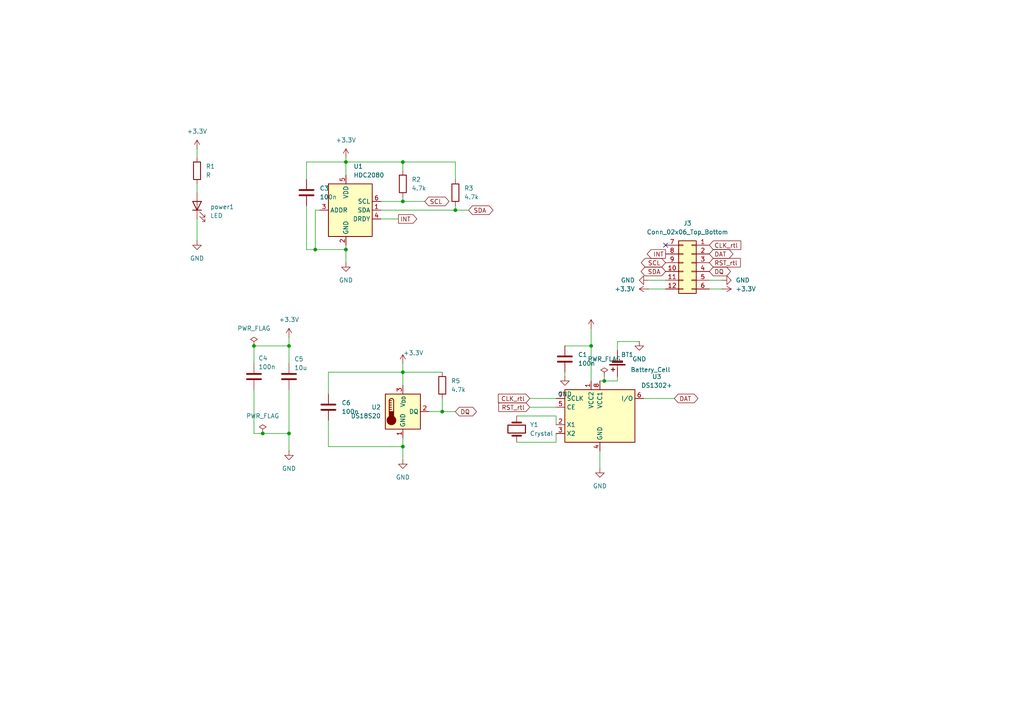
<source format=kicad_sch>
(kicad_sch
	(version 20231120)
	(generator "eeschema")
	(generator_version "8.0")
	(uuid "d1f5de57-1648-40df-adaf-48a0a6824d45")
	(paper "A4")
	(lib_symbols
		(symbol "Connector_Generic:Conn_02x06_Top_Bottom"
			(pin_names
				(offset 1.016) hide)
			(exclude_from_sim no)
			(in_bom yes)
			(on_board yes)
			(property "Reference" "J"
				(at 1.27 7.62 0)
				(effects
					(font
						(size 1.27 1.27)
					)
				)
			)
			(property "Value" "Conn_02x06_Top_Bottom"
				(at 1.27 -10.16 0)
				(effects
					(font
						(size 1.27 1.27)
					)
				)
			)
			(property "Footprint" ""
				(at 0 0 0)
				(effects
					(font
						(size 1.27 1.27)
					)
					(hide yes)
				)
			)
			(property "Datasheet" "~"
				(at 0 0 0)
				(effects
					(font
						(size 1.27 1.27)
					)
					(hide yes)
				)
			)
			(property "Description" "Generic connector, double row, 02x06, top/bottom pin numbering scheme (row 1: 1...pins_per_row, row2: pins_per_row+1 ... num_pins), script generated (kicad-library-utils/schlib/autogen/connector/)"
				(at 0 0 0)
				(effects
					(font
						(size 1.27 1.27)
					)
					(hide yes)
				)
			)
			(property "ki_keywords" "connector"
				(at 0 0 0)
				(effects
					(font
						(size 1.27 1.27)
					)
					(hide yes)
				)
			)
			(property "ki_fp_filters" "Connector*:*_2x??_*"
				(at 0 0 0)
				(effects
					(font
						(size 1.27 1.27)
					)
					(hide yes)
				)
			)
			(symbol "Conn_02x06_Top_Bottom_1_1"
				(rectangle
					(start -1.27 -7.493)
					(end 0 -7.747)
					(stroke
						(width 0.1524)
						(type default)
					)
					(fill
						(type none)
					)
				)
				(rectangle
					(start -1.27 -4.953)
					(end 0 -5.207)
					(stroke
						(width 0.1524)
						(type default)
					)
					(fill
						(type none)
					)
				)
				(rectangle
					(start -1.27 -2.413)
					(end 0 -2.667)
					(stroke
						(width 0.1524)
						(type default)
					)
					(fill
						(type none)
					)
				)
				(rectangle
					(start -1.27 0.127)
					(end 0 -0.127)
					(stroke
						(width 0.1524)
						(type default)
					)
					(fill
						(type none)
					)
				)
				(rectangle
					(start -1.27 2.667)
					(end 0 2.413)
					(stroke
						(width 0.1524)
						(type default)
					)
					(fill
						(type none)
					)
				)
				(rectangle
					(start -1.27 5.207)
					(end 0 4.953)
					(stroke
						(width 0.1524)
						(type default)
					)
					(fill
						(type none)
					)
				)
				(rectangle
					(start -1.27 6.35)
					(end 3.81 -8.89)
					(stroke
						(width 0.254)
						(type default)
					)
					(fill
						(type background)
					)
				)
				(rectangle
					(start 3.81 -7.493)
					(end 2.54 -7.747)
					(stroke
						(width 0.1524)
						(type default)
					)
					(fill
						(type none)
					)
				)
				(rectangle
					(start 3.81 -4.953)
					(end 2.54 -5.207)
					(stroke
						(width 0.1524)
						(type default)
					)
					(fill
						(type none)
					)
				)
				(rectangle
					(start 3.81 -2.413)
					(end 2.54 -2.667)
					(stroke
						(width 0.1524)
						(type default)
					)
					(fill
						(type none)
					)
				)
				(rectangle
					(start 3.81 0.127)
					(end 2.54 -0.127)
					(stroke
						(width 0.1524)
						(type default)
					)
					(fill
						(type none)
					)
				)
				(rectangle
					(start 3.81 2.667)
					(end 2.54 2.413)
					(stroke
						(width 0.1524)
						(type default)
					)
					(fill
						(type none)
					)
				)
				(rectangle
					(start 3.81 5.207)
					(end 2.54 4.953)
					(stroke
						(width 0.1524)
						(type default)
					)
					(fill
						(type none)
					)
				)
				(pin passive line
					(at -5.08 5.08 0)
					(length 3.81)
					(name "Pin_1"
						(effects
							(font
								(size 1.27 1.27)
							)
						)
					)
					(number "1"
						(effects
							(font
								(size 1.27 1.27)
							)
						)
					)
				)
				(pin passive line
					(at 7.62 -2.54 180)
					(length 3.81)
					(name "Pin_10"
						(effects
							(font
								(size 1.27 1.27)
							)
						)
					)
					(number "10"
						(effects
							(font
								(size 1.27 1.27)
							)
						)
					)
				)
				(pin passive line
					(at 7.62 -5.08 180)
					(length 3.81)
					(name "Pin_11"
						(effects
							(font
								(size 1.27 1.27)
							)
						)
					)
					(number "11"
						(effects
							(font
								(size 1.27 1.27)
							)
						)
					)
				)
				(pin passive line
					(at 7.62 -7.62 180)
					(length 3.81)
					(name "Pin_12"
						(effects
							(font
								(size 1.27 1.27)
							)
						)
					)
					(number "12"
						(effects
							(font
								(size 1.27 1.27)
							)
						)
					)
				)
				(pin passive line
					(at -5.08 2.54 0)
					(length 3.81)
					(name "Pin_2"
						(effects
							(font
								(size 1.27 1.27)
							)
						)
					)
					(number "2"
						(effects
							(font
								(size 1.27 1.27)
							)
						)
					)
				)
				(pin passive line
					(at -5.08 0 0)
					(length 3.81)
					(name "Pin_3"
						(effects
							(font
								(size 1.27 1.27)
							)
						)
					)
					(number "3"
						(effects
							(font
								(size 1.27 1.27)
							)
						)
					)
				)
				(pin passive line
					(at -5.08 -2.54 0)
					(length 3.81)
					(name "Pin_4"
						(effects
							(font
								(size 1.27 1.27)
							)
						)
					)
					(number "4"
						(effects
							(font
								(size 1.27 1.27)
							)
						)
					)
				)
				(pin passive line
					(at -5.08 -5.08 0)
					(length 3.81)
					(name "Pin_5"
						(effects
							(font
								(size 1.27 1.27)
							)
						)
					)
					(number "5"
						(effects
							(font
								(size 1.27 1.27)
							)
						)
					)
				)
				(pin passive line
					(at -5.08 -7.62 0)
					(length 3.81)
					(name "Pin_6"
						(effects
							(font
								(size 1.27 1.27)
							)
						)
					)
					(number "6"
						(effects
							(font
								(size 1.27 1.27)
							)
						)
					)
				)
				(pin passive line
					(at 7.62 5.08 180)
					(length 3.81)
					(name "Pin_7"
						(effects
							(font
								(size 1.27 1.27)
							)
						)
					)
					(number "7"
						(effects
							(font
								(size 1.27 1.27)
							)
						)
					)
				)
				(pin passive line
					(at 7.62 2.54 180)
					(length 3.81)
					(name "Pin_8"
						(effects
							(font
								(size 1.27 1.27)
							)
						)
					)
					(number "8"
						(effects
							(font
								(size 1.27 1.27)
							)
						)
					)
				)
				(pin passive line
					(at 7.62 0 180)
					(length 3.81)
					(name "Pin_9"
						(effects
							(font
								(size 1.27 1.27)
							)
						)
					)
					(number "9"
						(effects
							(font
								(size 1.27 1.27)
							)
						)
					)
				)
			)
		)
		(symbol "Device:Battery_Cell"
			(pin_numbers hide)
			(pin_names
				(offset 0) hide)
			(exclude_from_sim no)
			(in_bom yes)
			(on_board yes)
			(property "Reference" "BT"
				(at 2.54 2.54 0)
				(effects
					(font
						(size 1.27 1.27)
					)
					(justify left)
				)
			)
			(property "Value" "Battery_Cell"
				(at 2.54 0 0)
				(effects
					(font
						(size 1.27 1.27)
					)
					(justify left)
				)
			)
			(property "Footprint" ""
				(at 0 1.524 90)
				(effects
					(font
						(size 1.27 1.27)
					)
					(hide yes)
				)
			)
			(property "Datasheet" "~"
				(at 0 1.524 90)
				(effects
					(font
						(size 1.27 1.27)
					)
					(hide yes)
				)
			)
			(property "Description" "Single-cell battery"
				(at 0 0 0)
				(effects
					(font
						(size 1.27 1.27)
					)
					(hide yes)
				)
			)
			(property "ki_keywords" "battery cell"
				(at 0 0 0)
				(effects
					(font
						(size 1.27 1.27)
					)
					(hide yes)
				)
			)
			(symbol "Battery_Cell_0_1"
				(rectangle
					(start -2.286 1.778)
					(end 2.286 1.524)
					(stroke
						(width 0)
						(type default)
					)
					(fill
						(type outline)
					)
				)
				(rectangle
					(start -1.524 1.016)
					(end 1.524 0.508)
					(stroke
						(width 0)
						(type default)
					)
					(fill
						(type outline)
					)
				)
				(polyline
					(pts
						(xy 0 0.762) (xy 0 0)
					)
					(stroke
						(width 0)
						(type default)
					)
					(fill
						(type none)
					)
				)
				(polyline
					(pts
						(xy 0 1.778) (xy 0 2.54)
					)
					(stroke
						(width 0)
						(type default)
					)
					(fill
						(type none)
					)
				)
				(polyline
					(pts
						(xy 0.762 3.048) (xy 1.778 3.048)
					)
					(stroke
						(width 0.254)
						(type default)
					)
					(fill
						(type none)
					)
				)
				(polyline
					(pts
						(xy 1.27 3.556) (xy 1.27 2.54)
					)
					(stroke
						(width 0.254)
						(type default)
					)
					(fill
						(type none)
					)
				)
			)
			(symbol "Battery_Cell_1_1"
				(pin passive line
					(at 0 5.08 270)
					(length 2.54)
					(name "+"
						(effects
							(font
								(size 1.27 1.27)
							)
						)
					)
					(number "1"
						(effects
							(font
								(size 1.27 1.27)
							)
						)
					)
				)
				(pin passive line
					(at 0 -2.54 90)
					(length 2.54)
					(name "-"
						(effects
							(font
								(size 1.27 1.27)
							)
						)
					)
					(number "2"
						(effects
							(font
								(size 1.27 1.27)
							)
						)
					)
				)
			)
		)
		(symbol "Device:C"
			(pin_numbers hide)
			(pin_names
				(offset 0.254)
			)
			(exclude_from_sim no)
			(in_bom yes)
			(on_board yes)
			(property "Reference" "C"
				(at 0.635 2.54 0)
				(effects
					(font
						(size 1.27 1.27)
					)
					(justify left)
				)
			)
			(property "Value" "C"
				(at 0.635 -2.54 0)
				(effects
					(font
						(size 1.27 1.27)
					)
					(justify left)
				)
			)
			(property "Footprint" ""
				(at 0.9652 -3.81 0)
				(effects
					(font
						(size 1.27 1.27)
					)
					(hide yes)
				)
			)
			(property "Datasheet" "~"
				(at 0 0 0)
				(effects
					(font
						(size 1.27 1.27)
					)
					(hide yes)
				)
			)
			(property "Description" "Unpolarized capacitor"
				(at 0 0 0)
				(effects
					(font
						(size 1.27 1.27)
					)
					(hide yes)
				)
			)
			(property "ki_keywords" "cap capacitor"
				(at 0 0 0)
				(effects
					(font
						(size 1.27 1.27)
					)
					(hide yes)
				)
			)
			(property "ki_fp_filters" "C_*"
				(at 0 0 0)
				(effects
					(font
						(size 1.27 1.27)
					)
					(hide yes)
				)
			)
			(symbol "C_0_1"
				(polyline
					(pts
						(xy -2.032 -0.762) (xy 2.032 -0.762)
					)
					(stroke
						(width 0.508)
						(type default)
					)
					(fill
						(type none)
					)
				)
				(polyline
					(pts
						(xy -2.032 0.762) (xy 2.032 0.762)
					)
					(stroke
						(width 0.508)
						(type default)
					)
					(fill
						(type none)
					)
				)
			)
			(symbol "C_1_1"
				(pin passive line
					(at 0 3.81 270)
					(length 2.794)
					(name "~"
						(effects
							(font
								(size 1.27 1.27)
							)
						)
					)
					(number "1"
						(effects
							(font
								(size 1.27 1.27)
							)
						)
					)
				)
				(pin passive line
					(at 0 -3.81 90)
					(length 2.794)
					(name "~"
						(effects
							(font
								(size 1.27 1.27)
							)
						)
					)
					(number "2"
						(effects
							(font
								(size 1.27 1.27)
							)
						)
					)
				)
			)
		)
		(symbol "Device:Crystal"
			(pin_numbers hide)
			(pin_names
				(offset 1.016) hide)
			(exclude_from_sim no)
			(in_bom yes)
			(on_board yes)
			(property "Reference" "Y"
				(at 0 3.81 0)
				(effects
					(font
						(size 1.27 1.27)
					)
				)
			)
			(property "Value" "Crystal"
				(at 0 -3.81 0)
				(effects
					(font
						(size 1.27 1.27)
					)
				)
			)
			(property "Footprint" ""
				(at 0 0 0)
				(effects
					(font
						(size 1.27 1.27)
					)
					(hide yes)
				)
			)
			(property "Datasheet" "~"
				(at 0 0 0)
				(effects
					(font
						(size 1.27 1.27)
					)
					(hide yes)
				)
			)
			(property "Description" "Two pin crystal"
				(at 0 0 0)
				(effects
					(font
						(size 1.27 1.27)
					)
					(hide yes)
				)
			)
			(property "ki_keywords" "quartz ceramic resonator oscillator"
				(at 0 0 0)
				(effects
					(font
						(size 1.27 1.27)
					)
					(hide yes)
				)
			)
			(property "ki_fp_filters" "Crystal*"
				(at 0 0 0)
				(effects
					(font
						(size 1.27 1.27)
					)
					(hide yes)
				)
			)
			(symbol "Crystal_0_1"
				(rectangle
					(start -1.143 2.54)
					(end 1.143 -2.54)
					(stroke
						(width 0.3048)
						(type default)
					)
					(fill
						(type none)
					)
				)
				(polyline
					(pts
						(xy -2.54 0) (xy -1.905 0)
					)
					(stroke
						(width 0)
						(type default)
					)
					(fill
						(type none)
					)
				)
				(polyline
					(pts
						(xy -1.905 -1.27) (xy -1.905 1.27)
					)
					(stroke
						(width 0.508)
						(type default)
					)
					(fill
						(type none)
					)
				)
				(polyline
					(pts
						(xy 1.905 -1.27) (xy 1.905 1.27)
					)
					(stroke
						(width 0.508)
						(type default)
					)
					(fill
						(type none)
					)
				)
				(polyline
					(pts
						(xy 2.54 0) (xy 1.905 0)
					)
					(stroke
						(width 0)
						(type default)
					)
					(fill
						(type none)
					)
				)
			)
			(symbol "Crystal_1_1"
				(pin passive line
					(at -3.81 0 0)
					(length 1.27)
					(name "1"
						(effects
							(font
								(size 1.27 1.27)
							)
						)
					)
					(number "1"
						(effects
							(font
								(size 1.27 1.27)
							)
						)
					)
				)
				(pin passive line
					(at 3.81 0 180)
					(length 1.27)
					(name "2"
						(effects
							(font
								(size 1.27 1.27)
							)
						)
					)
					(number "2"
						(effects
							(font
								(size 1.27 1.27)
							)
						)
					)
				)
			)
		)
		(symbol "Device:LED"
			(pin_numbers hide)
			(pin_names
				(offset 1.016) hide)
			(exclude_from_sim no)
			(in_bom yes)
			(on_board yes)
			(property "Reference" "D"
				(at 0 2.54 0)
				(effects
					(font
						(size 1.27 1.27)
					)
				)
			)
			(property "Value" "LED"
				(at 0 -2.54 0)
				(effects
					(font
						(size 1.27 1.27)
					)
				)
			)
			(property "Footprint" ""
				(at 0 0 0)
				(effects
					(font
						(size 1.27 1.27)
					)
					(hide yes)
				)
			)
			(property "Datasheet" "~"
				(at 0 0 0)
				(effects
					(font
						(size 1.27 1.27)
					)
					(hide yes)
				)
			)
			(property "Description" "Light emitting diode"
				(at 0 0 0)
				(effects
					(font
						(size 1.27 1.27)
					)
					(hide yes)
				)
			)
			(property "ki_keywords" "LED diode"
				(at 0 0 0)
				(effects
					(font
						(size 1.27 1.27)
					)
					(hide yes)
				)
			)
			(property "ki_fp_filters" "LED* LED_SMD:* LED_THT:*"
				(at 0 0 0)
				(effects
					(font
						(size 1.27 1.27)
					)
					(hide yes)
				)
			)
			(symbol "LED_0_1"
				(polyline
					(pts
						(xy -1.27 -1.27) (xy -1.27 1.27)
					)
					(stroke
						(width 0.254)
						(type default)
					)
					(fill
						(type none)
					)
				)
				(polyline
					(pts
						(xy -1.27 0) (xy 1.27 0)
					)
					(stroke
						(width 0)
						(type default)
					)
					(fill
						(type none)
					)
				)
				(polyline
					(pts
						(xy 1.27 -1.27) (xy 1.27 1.27) (xy -1.27 0) (xy 1.27 -1.27)
					)
					(stroke
						(width 0.254)
						(type default)
					)
					(fill
						(type none)
					)
				)
				(polyline
					(pts
						(xy -3.048 -0.762) (xy -4.572 -2.286) (xy -3.81 -2.286) (xy -4.572 -2.286) (xy -4.572 -1.524)
					)
					(stroke
						(width 0)
						(type default)
					)
					(fill
						(type none)
					)
				)
				(polyline
					(pts
						(xy -1.778 -0.762) (xy -3.302 -2.286) (xy -2.54 -2.286) (xy -3.302 -2.286) (xy -3.302 -1.524)
					)
					(stroke
						(width 0)
						(type default)
					)
					(fill
						(type none)
					)
				)
			)
			(symbol "LED_1_1"
				(pin passive line
					(at -3.81 0 0)
					(length 2.54)
					(name "K"
						(effects
							(font
								(size 1.27 1.27)
							)
						)
					)
					(number "1"
						(effects
							(font
								(size 1.27 1.27)
							)
						)
					)
				)
				(pin passive line
					(at 3.81 0 180)
					(length 2.54)
					(name "A"
						(effects
							(font
								(size 1.27 1.27)
							)
						)
					)
					(number "2"
						(effects
							(font
								(size 1.27 1.27)
							)
						)
					)
				)
			)
		)
		(symbol "Device:R"
			(pin_numbers hide)
			(pin_names
				(offset 0)
			)
			(exclude_from_sim no)
			(in_bom yes)
			(on_board yes)
			(property "Reference" "R"
				(at 2.032 0 90)
				(effects
					(font
						(size 1.27 1.27)
					)
				)
			)
			(property "Value" "R"
				(at 0 0 90)
				(effects
					(font
						(size 1.27 1.27)
					)
				)
			)
			(property "Footprint" ""
				(at -1.778 0 90)
				(effects
					(font
						(size 1.27 1.27)
					)
					(hide yes)
				)
			)
			(property "Datasheet" "~"
				(at 0 0 0)
				(effects
					(font
						(size 1.27 1.27)
					)
					(hide yes)
				)
			)
			(property "Description" "Resistor"
				(at 0 0 0)
				(effects
					(font
						(size 1.27 1.27)
					)
					(hide yes)
				)
			)
			(property "ki_keywords" "R res resistor"
				(at 0 0 0)
				(effects
					(font
						(size 1.27 1.27)
					)
					(hide yes)
				)
			)
			(property "ki_fp_filters" "R_*"
				(at 0 0 0)
				(effects
					(font
						(size 1.27 1.27)
					)
					(hide yes)
				)
			)
			(symbol "R_0_1"
				(rectangle
					(start -1.016 -2.54)
					(end 1.016 2.54)
					(stroke
						(width 0.254)
						(type default)
					)
					(fill
						(type none)
					)
				)
			)
			(symbol "R_1_1"
				(pin passive line
					(at 0 3.81 270)
					(length 1.27)
					(name "~"
						(effects
							(font
								(size 1.27 1.27)
							)
						)
					)
					(number "1"
						(effects
							(font
								(size 1.27 1.27)
							)
						)
					)
				)
				(pin passive line
					(at 0 -3.81 90)
					(length 1.27)
					(name "~"
						(effects
							(font
								(size 1.27 1.27)
							)
						)
					)
					(number "2"
						(effects
							(font
								(size 1.27 1.27)
							)
						)
					)
				)
			)
		)
		(symbol "Sensor_Humidity:HDC2080"
			(exclude_from_sim no)
			(in_bom yes)
			(on_board yes)
			(property "Reference" "U"
				(at -6.35 8.89 0)
				(effects
					(font
						(size 1.27 1.27)
					)
				)
			)
			(property "Value" "HDC2080"
				(at 2.54 8.89 0)
				(effects
					(font
						(size 1.27 1.27)
					)
				)
			)
			(property "Footprint" "Package_SON:Texas_PWSON-N6"
				(at 0 -11.43 0)
				(effects
					(font
						(size 1.27 1.27)
					)
					(hide yes)
				)
			)
			(property "Datasheet" "http://www.ti.com/lit/ds/symlink/hdc2080.pdf"
				(at -7.62 7.62 0)
				(effects
					(font
						(size 1.27 1.27)
					)
					(hide yes)
				)
			)
			(property "Description" "Low Power Humidity and Temperature Sensor"
				(at 0 0 0)
				(effects
					(font
						(size 1.27 1.27)
					)
					(hide yes)
				)
			)
			(property "ki_keywords" "Temperature Humidity Sensor"
				(at 0 0 0)
				(effects
					(font
						(size 1.27 1.27)
					)
					(hide yes)
				)
			)
			(property "ki_fp_filters" "Package*SON:Texas*PWSON*N6*"
				(at 0 0 0)
				(effects
					(font
						(size 1.27 1.27)
					)
					(hide yes)
				)
			)
			(symbol "HDC2080_0_1"
				(rectangle
					(start -7.62 7.62)
					(end 5.08 -7.62)
					(stroke
						(width 0.254)
						(type default)
					)
					(fill
						(type background)
					)
				)
			)
			(symbol "HDC2080_1_1"
				(pin bidirectional line
					(at 7.62 0 180)
					(length 2.54)
					(name "SDA"
						(effects
							(font
								(size 1.27 1.27)
							)
						)
					)
					(number "1"
						(effects
							(font
								(size 1.27 1.27)
							)
						)
					)
				)
				(pin power_in line
					(at -2.54 -10.16 90)
					(length 2.54)
					(name "GND"
						(effects
							(font
								(size 1.27 1.27)
							)
						)
					)
					(number "2"
						(effects
							(font
								(size 1.27 1.27)
							)
						)
					)
				)
				(pin input line
					(at -10.16 0 0)
					(length 2.54)
					(name "ADDR"
						(effects
							(font
								(size 1.27 1.27)
							)
						)
					)
					(number "3"
						(effects
							(font
								(size 1.27 1.27)
							)
						)
					)
				)
				(pin output line
					(at 7.62 -2.54 180)
					(length 2.54)
					(name "DRDY"
						(effects
							(font
								(size 1.27 1.27)
							)
						)
					)
					(number "4"
						(effects
							(font
								(size 1.27 1.27)
							)
						)
					)
				)
				(pin power_in line
					(at -2.54 10.16 270)
					(length 2.54)
					(name "VDD"
						(effects
							(font
								(size 1.27 1.27)
							)
						)
					)
					(number "5"
						(effects
							(font
								(size 1.27 1.27)
							)
						)
					)
				)
				(pin input line
					(at 7.62 2.54 180)
					(length 2.54)
					(name "SCL"
						(effects
							(font
								(size 1.27 1.27)
							)
						)
					)
					(number "6"
						(effects
							(font
								(size 1.27 1.27)
							)
						)
					)
				)
				(pin no_connect line
					(at -7.62 -2.54 0)
					(length 2.54) hide
					(name "EP"
						(effects
							(font
								(size 1.27 1.27)
							)
						)
					)
					(number "7"
						(effects
							(font
								(size 1.27 1.27)
							)
						)
					)
				)
			)
		)
		(symbol "Sensor_Temperature:DS18S20"
			(exclude_from_sim no)
			(in_bom yes)
			(on_board yes)
			(property "Reference" "U"
				(at -3.81 6.35 0)
				(effects
					(font
						(size 1.27 1.27)
					)
				)
			)
			(property "Value" "DS18S20"
				(at 6.35 6.35 0)
				(effects
					(font
						(size 1.27 1.27)
					)
				)
			)
			(property "Footprint" "Package_TO_SOT_THT:TO-92_Inline"
				(at -25.4 -6.35 0)
				(effects
					(font
						(size 1.27 1.27)
					)
					(hide yes)
				)
			)
			(property "Datasheet" "http://datasheets.maximintegrated.com/en/ds/DS18S20.pdf"
				(at -3.81 6.35 0)
				(effects
					(font
						(size 1.27 1.27)
					)
					(hide yes)
				)
			)
			(property "Description" "High-Precision 1-Wire Digital Thermometer TO-92"
				(at 0 0 0)
				(effects
					(font
						(size 1.27 1.27)
					)
					(hide yes)
				)
			)
			(property "ki_keywords" "OneWire 1Wire Maxim Dallas"
				(at 0 0 0)
				(effects
					(font
						(size 1.27 1.27)
					)
					(hide yes)
				)
			)
			(property "ki_fp_filters" "TO*92*"
				(at 0 0 0)
				(effects
					(font
						(size 1.27 1.27)
					)
					(hide yes)
				)
			)
			(symbol "DS18S20_0_1"
				(rectangle
					(start -5.08 5.08)
					(end 5.08 -5.08)
					(stroke
						(width 0.254)
						(type default)
					)
					(fill
						(type background)
					)
				)
				(circle
					(center -3.302 -2.54)
					(radius 1.27)
					(stroke
						(width 0.254)
						(type default)
					)
					(fill
						(type outline)
					)
				)
				(rectangle
					(start -2.667 -1.905)
					(end -3.937 0)
					(stroke
						(width 0.254)
						(type default)
					)
					(fill
						(type outline)
					)
				)
				(arc
					(start -2.667 3.175)
					(mid -3.302 3.8073)
					(end -3.937 3.175)
					(stroke
						(width 0.254)
						(type default)
					)
					(fill
						(type none)
					)
				)
				(polyline
					(pts
						(xy -3.937 0.635) (xy -3.302 0.635)
					)
					(stroke
						(width 0.254)
						(type default)
					)
					(fill
						(type none)
					)
				)
				(polyline
					(pts
						(xy -3.937 1.27) (xy -3.302 1.27)
					)
					(stroke
						(width 0.254)
						(type default)
					)
					(fill
						(type none)
					)
				)
				(polyline
					(pts
						(xy -3.937 1.905) (xy -3.302 1.905)
					)
					(stroke
						(width 0.254)
						(type default)
					)
					(fill
						(type none)
					)
				)
				(polyline
					(pts
						(xy -3.937 2.54) (xy -3.302 2.54)
					)
					(stroke
						(width 0.254)
						(type default)
					)
					(fill
						(type none)
					)
				)
				(polyline
					(pts
						(xy -3.937 3.175) (xy -3.937 0)
					)
					(stroke
						(width 0.254)
						(type default)
					)
					(fill
						(type none)
					)
				)
				(polyline
					(pts
						(xy -3.937 3.175) (xy -3.302 3.175)
					)
					(stroke
						(width 0.254)
						(type default)
					)
					(fill
						(type none)
					)
				)
				(polyline
					(pts
						(xy -2.667 3.175) (xy -2.667 0)
					)
					(stroke
						(width 0.254)
						(type default)
					)
					(fill
						(type none)
					)
				)
			)
			(symbol "DS18S20_1_1"
				(pin power_in line
					(at 0 -7.62 90)
					(length 2.54)
					(name "GND"
						(effects
							(font
								(size 1.27 1.27)
							)
						)
					)
					(number "1"
						(effects
							(font
								(size 1.27 1.27)
							)
						)
					)
				)
				(pin bidirectional line
					(at 7.62 0 180)
					(length 2.54)
					(name "DQ"
						(effects
							(font
								(size 1.27 1.27)
							)
						)
					)
					(number "2"
						(effects
							(font
								(size 1.27 1.27)
							)
						)
					)
				)
				(pin power_in line
					(at 0 7.62 270)
					(length 2.54)
					(name "V_{DD}"
						(effects
							(font
								(size 1.27 1.27)
							)
						)
					)
					(number "3"
						(effects
							(font
								(size 1.27 1.27)
							)
						)
					)
				)
			)
		)
		(symbol "Timer_RTC:DS1302+"
			(exclude_from_sim no)
			(in_bom yes)
			(on_board yes)
			(property "Reference" "U"
				(at -8.89 8.89 0)
				(effects
					(font
						(size 1.27 1.27)
					)
				)
			)
			(property "Value" "DS1302+"
				(at 6.35 8.89 0)
				(effects
					(font
						(size 1.27 1.27)
					)
				)
			)
			(property "Footprint" "Package_DIP:DIP-8_W7.62mm"
				(at 0 -12.7 0)
				(effects
					(font
						(size 1.27 1.27)
					)
					(hide yes)
				)
			)
			(property "Datasheet" "https://datasheets.maximintegrated.com/en/ds/DS1302.pdf"
				(at 0 -5.08 0)
				(effects
					(font
						(size 1.27 1.27)
					)
					(hide yes)
				)
			)
			(property "Description" "Trickle-Charge Timekeeping Chip, 2.0V to 5.5V VCC, 0°C to +70°C, DIP-8"
				(at 0 0 0)
				(effects
					(font
						(size 1.27 1.27)
					)
					(hide yes)
				)
			)
			(property "ki_keywords" "RTC, Trickle-Charge Timekeeping Chip"
				(at 0 0 0)
				(effects
					(font
						(size 1.27 1.27)
					)
					(hide yes)
				)
			)
			(property "ki_fp_filters" "DIP*W7.62mm*"
				(at 0 0 0)
				(effects
					(font
						(size 1.27 1.27)
					)
					(hide yes)
				)
			)
			(symbol "DS1302+_1_1"
				(rectangle
					(start -10.16 7.62)
					(end 10.16 -7.62)
					(stroke
						(width 0.254)
						(type default)
					)
					(fill
						(type background)
					)
				)
				(pin power_in line
					(at -2.54 10.16 270)
					(length 2.54)
					(name "VCC2"
						(effects
							(font
								(size 1.27 1.27)
							)
						)
					)
					(number "1"
						(effects
							(font
								(size 1.27 1.27)
							)
						)
					)
				)
				(pin input line
					(at -12.7 -2.54 0)
					(length 2.54)
					(name "X1"
						(effects
							(font
								(size 1.27 1.27)
							)
						)
					)
					(number "2"
						(effects
							(font
								(size 1.27 1.27)
							)
						)
					)
				)
				(pin input line
					(at -12.7 -5.08 0)
					(length 2.54)
					(name "X2"
						(effects
							(font
								(size 1.27 1.27)
							)
						)
					)
					(number "3"
						(effects
							(font
								(size 1.27 1.27)
							)
						)
					)
				)
				(pin power_in line
					(at 0 -10.16 90)
					(length 2.54)
					(name "GND"
						(effects
							(font
								(size 1.27 1.27)
							)
						)
					)
					(number "4"
						(effects
							(font
								(size 1.27 1.27)
							)
						)
					)
				)
				(pin input line
					(at -12.7 2.54 0)
					(length 2.54)
					(name "CE"
						(effects
							(font
								(size 1.27 1.27)
							)
						)
					)
					(number "5"
						(effects
							(font
								(size 1.27 1.27)
							)
						)
					)
				)
				(pin bidirectional line
					(at 12.7 5.08 180)
					(length 2.54)
					(name "I/O"
						(effects
							(font
								(size 1.27 1.27)
							)
						)
					)
					(number "6"
						(effects
							(font
								(size 1.27 1.27)
							)
						)
					)
				)
				(pin input line
					(at -12.7 5.08 0)
					(length 2.54)
					(name "SCLK"
						(effects
							(font
								(size 1.27 1.27)
							)
						)
					)
					(number "7"
						(effects
							(font
								(size 1.27 1.27)
							)
						)
					)
				)
				(pin power_in line
					(at 0 10.16 270)
					(length 2.54)
					(name "VCC1"
						(effects
							(font
								(size 1.27 1.27)
							)
						)
					)
					(number "8"
						(effects
							(font
								(size 1.27 1.27)
							)
						)
					)
				)
			)
		)
		(symbol "power:+3.3V"
			(power)
			(pin_numbers hide)
			(pin_names
				(offset 0) hide)
			(exclude_from_sim no)
			(in_bom yes)
			(on_board yes)
			(property "Reference" "#PWR"
				(at 0 -3.81 0)
				(effects
					(font
						(size 1.27 1.27)
					)
					(hide yes)
				)
			)
			(property "Value" "+3.3V"
				(at 0 3.556 0)
				(effects
					(font
						(size 1.27 1.27)
					)
				)
			)
			(property "Footprint" ""
				(at 0 0 0)
				(effects
					(font
						(size 1.27 1.27)
					)
					(hide yes)
				)
			)
			(property "Datasheet" ""
				(at 0 0 0)
				(effects
					(font
						(size 1.27 1.27)
					)
					(hide yes)
				)
			)
			(property "Description" "Power symbol creates a global label with name \"+3.3V\""
				(at 0 0 0)
				(effects
					(font
						(size 1.27 1.27)
					)
					(hide yes)
				)
			)
			(property "ki_keywords" "global power"
				(at 0 0 0)
				(effects
					(font
						(size 1.27 1.27)
					)
					(hide yes)
				)
			)
			(symbol "+3.3V_0_1"
				(polyline
					(pts
						(xy -0.762 1.27) (xy 0 2.54)
					)
					(stroke
						(width 0)
						(type default)
					)
					(fill
						(type none)
					)
				)
				(polyline
					(pts
						(xy 0 0) (xy 0 2.54)
					)
					(stroke
						(width 0)
						(type default)
					)
					(fill
						(type none)
					)
				)
				(polyline
					(pts
						(xy 0 2.54) (xy 0.762 1.27)
					)
					(stroke
						(width 0)
						(type default)
					)
					(fill
						(type none)
					)
				)
			)
			(symbol "+3.3V_1_1"
				(pin power_in line
					(at 0 0 90)
					(length 0)
					(name "~"
						(effects
							(font
								(size 1.27 1.27)
							)
						)
					)
					(number "1"
						(effects
							(font
								(size 1.27 1.27)
							)
						)
					)
				)
			)
		)
		(symbol "power:GND"
			(power)
			(pin_numbers hide)
			(pin_names
				(offset 0) hide)
			(exclude_from_sim no)
			(in_bom yes)
			(on_board yes)
			(property "Reference" "#PWR"
				(at 0 -6.35 0)
				(effects
					(font
						(size 1.27 1.27)
					)
					(hide yes)
				)
			)
			(property "Value" "GND"
				(at 0 -3.81 0)
				(effects
					(font
						(size 1.27 1.27)
					)
				)
			)
			(property "Footprint" ""
				(at 0 0 0)
				(effects
					(font
						(size 1.27 1.27)
					)
					(hide yes)
				)
			)
			(property "Datasheet" ""
				(at 0 0 0)
				(effects
					(font
						(size 1.27 1.27)
					)
					(hide yes)
				)
			)
			(property "Description" "Power symbol creates a global label with name \"GND\" , ground"
				(at 0 0 0)
				(effects
					(font
						(size 1.27 1.27)
					)
					(hide yes)
				)
			)
			(property "ki_keywords" "global power"
				(at 0 0 0)
				(effects
					(font
						(size 1.27 1.27)
					)
					(hide yes)
				)
			)
			(symbol "GND_0_1"
				(polyline
					(pts
						(xy 0 0) (xy 0 -1.27) (xy 1.27 -1.27) (xy 0 -2.54) (xy -1.27 -1.27) (xy 0 -1.27)
					)
					(stroke
						(width 0)
						(type default)
					)
					(fill
						(type none)
					)
				)
			)
			(symbol "GND_1_1"
				(pin power_in line
					(at 0 0 270)
					(length 0)
					(name "~"
						(effects
							(font
								(size 1.27 1.27)
							)
						)
					)
					(number "1"
						(effects
							(font
								(size 1.27 1.27)
							)
						)
					)
				)
			)
		)
		(symbol "power:PWR_FLAG"
			(power)
			(pin_numbers hide)
			(pin_names
				(offset 0) hide)
			(exclude_from_sim no)
			(in_bom yes)
			(on_board yes)
			(property "Reference" "#FLG"
				(at 0 1.905 0)
				(effects
					(font
						(size 1.27 1.27)
					)
					(hide yes)
				)
			)
			(property "Value" "PWR_FLAG"
				(at 0 3.81 0)
				(effects
					(font
						(size 1.27 1.27)
					)
				)
			)
			(property "Footprint" ""
				(at 0 0 0)
				(effects
					(font
						(size 1.27 1.27)
					)
					(hide yes)
				)
			)
			(property "Datasheet" "~"
				(at 0 0 0)
				(effects
					(font
						(size 1.27 1.27)
					)
					(hide yes)
				)
			)
			(property "Description" "Special symbol for telling ERC where power comes from"
				(at 0 0 0)
				(effects
					(font
						(size 1.27 1.27)
					)
					(hide yes)
				)
			)
			(property "ki_keywords" "flag power"
				(at 0 0 0)
				(effects
					(font
						(size 1.27 1.27)
					)
					(hide yes)
				)
			)
			(symbol "PWR_FLAG_0_0"
				(pin power_out line
					(at 0 0 90)
					(length 0)
					(name "~"
						(effects
							(font
								(size 1.27 1.27)
							)
						)
					)
					(number "1"
						(effects
							(font
								(size 1.27 1.27)
							)
						)
					)
				)
			)
			(symbol "PWR_FLAG_0_1"
				(polyline
					(pts
						(xy 0 0) (xy 0 1.27) (xy -1.016 1.905) (xy 0 2.54) (xy 1.016 1.905) (xy 0 1.27)
					)
					(stroke
						(width 0)
						(type default)
					)
					(fill
						(type none)
					)
				)
			)
		)
	)
	(junction
		(at 91.44 72.39)
		(diameter 0)
		(color 0 0 0 0)
		(uuid "142ea787-ffab-457c-99cc-b1344a2933c7")
	)
	(junction
		(at 83.82 100.33)
		(diameter 0)
		(color 0 0 0 0)
		(uuid "2369cf92-185b-40fb-95fe-c0c9311bad8f")
	)
	(junction
		(at 116.84 58.42)
		(diameter 0)
		(color 0 0 0 0)
		(uuid "3b644cbb-ba72-496d-93cb-d466ff4b3be8")
	)
	(junction
		(at 175.26 110.49)
		(diameter 0)
		(color 0 0 0 0)
		(uuid "3b65c368-e425-48ba-a5cd-0029dbfc0471")
	)
	(junction
		(at 73.66 100.33)
		(diameter 0)
		(color 0 0 0 0)
		(uuid "3f3c8874-16fe-4b64-bbc4-0d7a863686d3")
	)
	(junction
		(at 100.33 72.39)
		(diameter 0)
		(color 0 0 0 0)
		(uuid "4ae92e35-8e3a-4e27-aac6-45f289ac2ef0")
	)
	(junction
		(at 132.08 60.96)
		(diameter 0)
		(color 0 0 0 0)
		(uuid "6b76cb84-1e29-4bdb-93e0-1d51b7a9b064")
	)
	(junction
		(at 116.84 46.99)
		(diameter 0)
		(color 0 0 0 0)
		(uuid "6e942e99-3401-4b47-8424-430191623fd4")
	)
	(junction
		(at 128.27 119.38)
		(diameter 0)
		(color 0 0 0 0)
		(uuid "786a98f0-3006-4bc6-b9bc-979cc78fbb0a")
	)
	(junction
		(at 76.2 125.73)
		(diameter 0)
		(color 0 0 0 0)
		(uuid "a3b75a79-c69f-4cf5-ad43-c216e5fcdc5d")
	)
	(junction
		(at 171.45 100.33)
		(diameter 0)
		(color 0 0 0 0)
		(uuid "a7af9801-8ed7-4f75-ae61-e7067eef5719")
	)
	(junction
		(at 100.33 46.99)
		(diameter 0)
		(color 0 0 0 0)
		(uuid "cd642a1e-0134-4ba1-baf5-432284669289")
	)
	(junction
		(at 116.84 129.54)
		(diameter 0)
		(color 0 0 0 0)
		(uuid "daf88432-a3c9-4d7b-a737-cb80a7c03662")
	)
	(junction
		(at 83.82 125.73)
		(diameter 0)
		(color 0 0 0 0)
		(uuid "e8732baa-5b80-43f7-8721-c7c44eb4c184")
	)
	(junction
		(at 116.84 107.95)
		(diameter 0)
		(color 0 0 0 0)
		(uuid "fd30ef9f-9d0a-44d8-9fe0-f3ba75fe0aa0")
	)
	(no_connect
		(at 193.04 71.12)
		(uuid "dd62cd82-5103-4382-b9b3-86e10549e373")
	)
	(wire
		(pts
			(xy 161.29 120.65) (xy 161.29 123.19)
		)
		(stroke
			(width 0)
			(type default)
		)
		(uuid "0040b8e4-8e06-4b2a-bbdd-200d3c7e3846")
	)
	(wire
		(pts
			(xy 179.07 110.49) (xy 179.07 109.22)
		)
		(stroke
			(width 0)
			(type default)
		)
		(uuid "022d4913-5b00-478f-bc7e-17e1a8406a42")
	)
	(wire
		(pts
			(xy 128.27 119.38) (xy 132.08 119.38)
		)
		(stroke
			(width 0)
			(type default)
		)
		(uuid "07a8d7be-a945-4ebc-9057-ba214cd350d7")
	)
	(wire
		(pts
			(xy 132.08 60.96) (xy 135.89 60.96)
		)
		(stroke
			(width 0)
			(type default)
		)
		(uuid "086f22ed-f8b1-4e32-b278-d4747e2410f2")
	)
	(wire
		(pts
			(xy 73.66 100.33) (xy 83.82 100.33)
		)
		(stroke
			(width 0)
			(type default)
		)
		(uuid "0ec91716-dd32-44b8-a32f-eac1fe9e59d3")
	)
	(wire
		(pts
			(xy 124.46 119.38) (xy 128.27 119.38)
		)
		(stroke
			(width 0)
			(type default)
		)
		(uuid "0ef350ff-73ed-458a-9e45-d6c157aa528e")
	)
	(wire
		(pts
			(xy 163.83 109.22) (xy 163.83 107.95)
		)
		(stroke
			(width 0)
			(type default)
		)
		(uuid "14df8079-0b0b-43b6-9130-2610d426a559")
	)
	(wire
		(pts
			(xy 193.04 83.82) (xy 187.96 83.82)
		)
		(stroke
			(width 0)
			(type default)
		)
		(uuid "1b88a448-de50-477c-94e0-7c2565efa9fa")
	)
	(wire
		(pts
			(xy 57.15 43.18) (xy 57.15 45.72)
		)
		(stroke
			(width 0)
			(type default)
		)
		(uuid "1e4419f2-5ea3-4ecf-a367-67c89103b4ed")
	)
	(wire
		(pts
			(xy 116.84 46.99) (xy 116.84 49.53)
		)
		(stroke
			(width 0)
			(type default)
		)
		(uuid "216e690d-7094-46ca-bfdc-f9e7b1b7fca0")
	)
	(wire
		(pts
			(xy 173.99 135.89) (xy 173.99 130.81)
		)
		(stroke
			(width 0)
			(type default)
		)
		(uuid "259b4e9b-095b-462e-9c0f-a37fe917f400")
	)
	(wire
		(pts
			(xy 171.45 95.25) (xy 171.45 100.33)
		)
		(stroke
			(width 0)
			(type default)
		)
		(uuid "25a73b7c-68ba-44fe-abfb-23c03fa67cd8")
	)
	(wire
		(pts
			(xy 132.08 60.96) (xy 110.49 60.96)
		)
		(stroke
			(width 0)
			(type default)
		)
		(uuid "282fb287-55fd-4a93-9cd0-fb8f640d2f44")
	)
	(wire
		(pts
			(xy 153.67 115.57) (xy 161.29 115.57)
		)
		(stroke
			(width 0)
			(type default)
		)
		(uuid "2b73ad19-be99-4a60-bdd8-ddcf3439465e")
	)
	(wire
		(pts
			(xy 83.82 97.79) (xy 83.82 100.33)
		)
		(stroke
			(width 0)
			(type default)
		)
		(uuid "32a0bfb4-661f-45c1-87d4-9d762fef4dc0")
	)
	(wire
		(pts
			(xy 100.33 76.2) (xy 100.33 72.39)
		)
		(stroke
			(width 0)
			(type default)
		)
		(uuid "35b41b5a-e017-403f-9bbb-829a74548846")
	)
	(wire
		(pts
			(xy 83.82 113.03) (xy 83.82 125.73)
		)
		(stroke
			(width 0)
			(type default)
		)
		(uuid "3e5970c7-3a11-4acf-9da7-0788943f302c")
	)
	(wire
		(pts
			(xy 179.07 101.6) (xy 179.07 99.06)
		)
		(stroke
			(width 0)
			(type default)
		)
		(uuid "3e7e9f74-845e-406d-b3ea-3aff740b9c09")
	)
	(wire
		(pts
			(xy 83.82 130.81) (xy 83.82 125.73)
		)
		(stroke
			(width 0)
			(type default)
		)
		(uuid "4582c8f5-5ef9-432c-bb78-63ba6cfb14be")
	)
	(wire
		(pts
			(xy 132.08 52.07) (xy 132.08 46.99)
		)
		(stroke
			(width 0)
			(type default)
		)
		(uuid "4a3bc8e1-f1c8-4c2f-b750-bd355348c343")
	)
	(wire
		(pts
			(xy 171.45 100.33) (xy 171.45 110.49)
		)
		(stroke
			(width 0)
			(type default)
		)
		(uuid "4debf26e-edec-4e10-8a45-0d7ea9c3fdb8")
	)
	(wire
		(pts
			(xy 116.84 105.41) (xy 116.84 107.95)
		)
		(stroke
			(width 0)
			(type default)
		)
		(uuid "530a5a8b-2cf2-49df-876d-6856c379ee4f")
	)
	(wire
		(pts
			(xy 91.44 60.96) (xy 92.71 60.96)
		)
		(stroke
			(width 0)
			(type default)
		)
		(uuid "5466145e-bec0-4e21-bce3-c6a36f6f6046")
	)
	(wire
		(pts
			(xy 83.82 105.41) (xy 83.82 100.33)
		)
		(stroke
			(width 0)
			(type default)
		)
		(uuid "5b97d130-5191-4d7d-8cbf-d24d75498b29")
	)
	(wire
		(pts
			(xy 88.9 59.69) (xy 88.9 72.39)
		)
		(stroke
			(width 0)
			(type default)
		)
		(uuid "5fbdd878-1847-4730-85d4-c89655f02c09")
	)
	(wire
		(pts
			(xy 88.9 46.99) (xy 88.9 52.07)
		)
		(stroke
			(width 0)
			(type default)
		)
		(uuid "6784bd89-3b4e-4c68-9cb2-bcf4608644a9")
	)
	(wire
		(pts
			(xy 116.84 58.42) (xy 116.84 57.15)
		)
		(stroke
			(width 0)
			(type default)
		)
		(uuid "695530b5-9ffd-44de-af99-c98495c56ad5")
	)
	(wire
		(pts
			(xy 193.04 81.28) (xy 187.96 81.28)
		)
		(stroke
			(width 0)
			(type default)
		)
		(uuid "6d5e0796-e41b-4e85-8d30-148451f8b839")
	)
	(wire
		(pts
			(xy 161.29 125.73) (xy 161.29 128.27)
		)
		(stroke
			(width 0)
			(type default)
		)
		(uuid "71c8eed6-5bc9-44c5-a934-a93501d6c870")
	)
	(wire
		(pts
			(xy 100.33 46.99) (xy 100.33 50.8)
		)
		(stroke
			(width 0)
			(type default)
		)
		(uuid "7a38a1b2-edd6-423c-8b21-714688bd2b76")
	)
	(wire
		(pts
			(xy 88.9 46.99) (xy 100.33 46.99)
		)
		(stroke
			(width 0)
			(type default)
		)
		(uuid "7df670de-c7ac-4040-a0b0-c34709b57d3d")
	)
	(wire
		(pts
			(xy 73.66 113.03) (xy 73.66 125.73)
		)
		(stroke
			(width 0)
			(type default)
		)
		(uuid "7e69bc22-da78-4bb9-b37a-31ff286b8929")
	)
	(wire
		(pts
			(xy 110.49 58.42) (xy 116.84 58.42)
		)
		(stroke
			(width 0)
			(type default)
		)
		(uuid "81ae0fc6-15ab-4b6e-885e-7500e2a689bc")
	)
	(wire
		(pts
			(xy 116.84 129.54) (xy 116.84 133.35)
		)
		(stroke
			(width 0)
			(type default)
		)
		(uuid "892dd880-0be5-48f3-921c-e5b70354ade6")
	)
	(wire
		(pts
			(xy 100.33 45.72) (xy 100.33 46.99)
		)
		(stroke
			(width 0)
			(type default)
		)
		(uuid "8e24e333-adbd-4e9e-bc1d-19128aab5d55")
	)
	(wire
		(pts
			(xy 91.44 60.96) (xy 91.44 72.39)
		)
		(stroke
			(width 0)
			(type default)
		)
		(uuid "90ec23e7-c147-4a4d-8b82-04c9bc6c53a7")
	)
	(wire
		(pts
			(xy 116.84 107.95) (xy 116.84 111.76)
		)
		(stroke
			(width 0)
			(type default)
		)
		(uuid "92530f46-a53a-41c9-bc7b-68c43deabb07")
	)
	(wire
		(pts
			(xy 116.84 46.99) (xy 100.33 46.99)
		)
		(stroke
			(width 0)
			(type default)
		)
		(uuid "957a51e7-f69f-44d7-881a-a8469228da02")
	)
	(wire
		(pts
			(xy 116.84 107.95) (xy 128.27 107.95)
		)
		(stroke
			(width 0)
			(type default)
		)
		(uuid "9af20452-cf4d-4c08-9934-1d22ddfbeffb")
	)
	(wire
		(pts
			(xy 95.25 129.54) (xy 116.84 129.54)
		)
		(stroke
			(width 0)
			(type default)
		)
		(uuid "9b964e62-a11c-47c6-a011-2e06ed2bbd21")
	)
	(wire
		(pts
			(xy 110.49 63.5) (xy 115.57 63.5)
		)
		(stroke
			(width 0)
			(type default)
		)
		(uuid "9f3b68f8-0b90-441b-914a-dd20b2098329")
	)
	(wire
		(pts
			(xy 153.67 118.11) (xy 161.29 118.11)
		)
		(stroke
			(width 0)
			(type default)
		)
		(uuid "a020e96a-4fd8-43cd-bf4d-d262d6f20f08")
	)
	(wire
		(pts
			(xy 128.27 115.57) (xy 128.27 119.38)
		)
		(stroke
			(width 0)
			(type default)
		)
		(uuid "afe1bda8-c260-45db-90b1-f6b1c0dcb6d0")
	)
	(wire
		(pts
			(xy 73.66 125.73) (xy 76.2 125.73)
		)
		(stroke
			(width 0)
			(type default)
		)
		(uuid "b0763218-b008-4db4-a716-f13ff0ebad96")
	)
	(wire
		(pts
			(xy 76.2 125.73) (xy 83.82 125.73)
		)
		(stroke
			(width 0)
			(type default)
		)
		(uuid "b6d075ca-d59d-46a0-adac-e46a9593d6ad")
	)
	(wire
		(pts
			(xy 173.99 110.49) (xy 175.26 110.49)
		)
		(stroke
			(width 0)
			(type default)
		)
		(uuid "b8641b2c-63ce-460e-a229-5617bce3f510")
	)
	(wire
		(pts
			(xy 209.55 81.28) (xy 205.74 81.28)
		)
		(stroke
			(width 0)
			(type default)
		)
		(uuid "b93a00a3-90cd-4f38-b7ed-6f3641359f77")
	)
	(wire
		(pts
			(xy 161.29 128.27) (xy 149.86 128.27)
		)
		(stroke
			(width 0)
			(type default)
		)
		(uuid "bb21a7ef-4d5e-4168-ac29-3e8703573a4e")
	)
	(wire
		(pts
			(xy 132.08 46.99) (xy 116.84 46.99)
		)
		(stroke
			(width 0)
			(type default)
		)
		(uuid "c1a3107f-e732-4677-841c-d986e462f1de")
	)
	(wire
		(pts
			(xy 116.84 127) (xy 116.84 129.54)
		)
		(stroke
			(width 0)
			(type default)
		)
		(uuid "c4c7cbaf-82b7-46c4-a6de-07e38c1305e6")
	)
	(wire
		(pts
			(xy 132.08 60.96) (xy 132.08 59.69)
		)
		(stroke
			(width 0)
			(type default)
		)
		(uuid "c728ad2a-d068-4745-a514-595ba749f0ec")
	)
	(wire
		(pts
			(xy 116.84 58.42) (xy 123.19 58.42)
		)
		(stroke
			(width 0)
			(type default)
		)
		(uuid "cbc9b7eb-e648-4c08-9c58-36003010a725")
	)
	(wire
		(pts
			(xy 149.86 120.65) (xy 161.29 120.65)
		)
		(stroke
			(width 0)
			(type default)
		)
		(uuid "cc4060ee-9c7c-4aa8-be0f-163d9eba3c47")
	)
	(wire
		(pts
			(xy 95.25 107.95) (xy 116.84 107.95)
		)
		(stroke
			(width 0)
			(type default)
		)
		(uuid "cf4d8f31-152b-494a-b0cd-acb5e4805365")
	)
	(wire
		(pts
			(xy 88.9 72.39) (xy 91.44 72.39)
		)
		(stroke
			(width 0)
			(type default)
		)
		(uuid "cf8d80dd-6541-40fc-8b82-c2cde1951601")
	)
	(wire
		(pts
			(xy 57.15 55.88) (xy 57.15 53.34)
		)
		(stroke
			(width 0)
			(type default)
		)
		(uuid "d48f7ed2-a7dc-414b-bbb9-df796cc5414a")
	)
	(wire
		(pts
			(xy 57.15 63.5) (xy 57.15 69.85)
		)
		(stroke
			(width 0)
			(type default)
		)
		(uuid "d5aa9487-a6e0-426c-aa99-185589c8fb58")
	)
	(wire
		(pts
			(xy 95.25 121.92) (xy 95.25 129.54)
		)
		(stroke
			(width 0)
			(type default)
		)
		(uuid "d64788e7-6c9f-4488-b53c-eea3597cf3c2")
	)
	(wire
		(pts
			(xy 163.83 100.33) (xy 171.45 100.33)
		)
		(stroke
			(width 0)
			(type default)
		)
		(uuid "dbb218b1-7bee-45c8-96bb-f8a75f211fc6")
	)
	(wire
		(pts
			(xy 95.25 114.3) (xy 95.25 107.95)
		)
		(stroke
			(width 0)
			(type default)
		)
		(uuid "dc5c0bb2-dceb-451d-8178-0012f9bd1dcd")
	)
	(wire
		(pts
			(xy 100.33 72.39) (xy 100.33 71.12)
		)
		(stroke
			(width 0)
			(type default)
		)
		(uuid "df03e10c-295c-4b77-97c8-340eda7b67fa")
	)
	(wire
		(pts
			(xy 179.07 99.06) (xy 185.42 99.06)
		)
		(stroke
			(width 0)
			(type default)
		)
		(uuid "e1afff5b-ecd1-44b1-a89e-a5f28c0ac191")
	)
	(wire
		(pts
			(xy 186.69 115.57) (xy 195.58 115.57)
		)
		(stroke
			(width 0)
			(type default)
		)
		(uuid "e76cb1e9-7e78-46da-b485-e9068f28a3f7")
	)
	(wire
		(pts
			(xy 73.66 105.41) (xy 73.66 100.33)
		)
		(stroke
			(width 0)
			(type default)
		)
		(uuid "efecef17-5266-4e32-b28b-e63236c9c5f9")
	)
	(wire
		(pts
			(xy 175.26 109.22) (xy 175.26 110.49)
		)
		(stroke
			(width 0)
			(type default)
		)
		(uuid "f7141209-861e-4053-9f3c-e0855c1406a3")
	)
	(wire
		(pts
			(xy 209.55 83.82) (xy 205.74 83.82)
		)
		(stroke
			(width 0)
			(type default)
		)
		(uuid "f9cbe6ca-614c-4e99-ad94-58a4da8df3f0")
	)
	(wire
		(pts
			(xy 91.44 72.39) (xy 100.33 72.39)
		)
		(stroke
			(width 0)
			(type default)
		)
		(uuid "fcdffd9d-7b46-4f2b-9957-d7ce42d63756")
	)
	(wire
		(pts
			(xy 175.26 110.49) (xy 179.07 110.49)
		)
		(stroke
			(width 0)
			(type default)
		)
		(uuid "fee1add7-e089-45fc-b15d-5fdec78b6eb0")
	)
	(global_label "INT"
		(shape output)
		(at 115.57 63.5 0)
		(fields_autoplaced yes)
		(effects
			(font
				(size 1.27 1.27)
			)
			(justify left)
		)
		(uuid "0a08c8f1-d4df-4a65-9a2e-23e9f2a6dc4e")
		(property "Intersheetrefs" "${INTERSHEET_REFS}"
			(at 121.4581 63.5 0)
			(effects
				(font
					(size 1.27 1.27)
				)
				(justify left)
				(hide yes)
			)
		)
	)
	(global_label "DAT"
		(shape bidirectional)
		(at 205.74 73.66 0)
		(fields_autoplaced yes)
		(effects
			(font
				(size 1.27 1.27)
			)
			(justify left)
		)
		(uuid "11877da7-a2d1-4e84-b29f-15c090bbacb9")
		(property "Intersheetrefs" "${INTERSHEET_REFS}"
			(at 213.1627 73.66 0)
			(effects
				(font
					(size 1.27 1.27)
				)
				(justify left)
				(hide yes)
			)
		)
	)
	(global_label "CLK_rtl"
		(shape input)
		(at 205.74 71.12 0)
		(fields_autoplaced yes)
		(effects
			(font
				(size 1.27 1.27)
			)
			(justify left)
		)
		(uuid "1819e085-3856-4458-a458-ac5d3410129a")
		(property "Intersheetrefs" "${INTERSHEET_REFS}"
			(at 215.438 71.12 0)
			(effects
				(font
					(size 1.27 1.27)
				)
				(justify left)
				(hide yes)
			)
		)
	)
	(global_label "SCL"
		(shape bidirectional)
		(at 193.04 76.2 180)
		(fields_autoplaced yes)
		(effects
			(font
				(size 1.27 1.27)
			)
			(justify right)
		)
		(uuid "1de51470-21c5-4671-8e1e-2fb1d1f04c54")
		(property "Intersheetrefs" "${INTERSHEET_REFS}"
			(at 185.4359 76.2 0)
			(effects
				(font
					(size 1.27 1.27)
				)
				(justify right)
				(hide yes)
			)
		)
	)
	(global_label "RST_rtl"
		(shape input)
		(at 205.74 76.2 0)
		(fields_autoplaced yes)
		(effects
			(font
				(size 1.27 1.27)
			)
			(justify left)
		)
		(uuid "3ad51f7c-6fb6-44db-b9db-b27f4ec74e8a")
		(property "Intersheetrefs" "${INTERSHEET_REFS}"
			(at 215.317 76.2 0)
			(effects
				(font
					(size 1.27 1.27)
				)
				(justify left)
				(hide yes)
			)
		)
	)
	(global_label "CLK_rtl"
		(shape input)
		(at 153.67 115.57 180)
		(fields_autoplaced yes)
		(effects
			(font
				(size 1.27 1.27)
			)
			(justify right)
		)
		(uuid "5162d19c-e713-4a34-a613-16ac3c90f8e2")
		(property "Intersheetrefs" "${INTERSHEET_REFS}"
			(at 143.972 115.57 0)
			(effects
				(font
					(size 1.27 1.27)
				)
				(justify right)
				(hide yes)
			)
		)
	)
	(global_label "SDA"
		(shape bidirectional)
		(at 135.89 60.96 0)
		(fields_autoplaced yes)
		(effects
			(font
				(size 1.27 1.27)
			)
			(justify left)
		)
		(uuid "6d83a4f6-6d88-4be1-8a52-a26cfa75ab0f")
		(property "Intersheetrefs" "${INTERSHEET_REFS}"
			(at 143.5546 60.96 0)
			(effects
				(font
					(size 1.27 1.27)
				)
				(justify left)
				(hide yes)
			)
		)
	)
	(global_label "SDA"
		(shape bidirectional)
		(at 193.04 78.74 180)
		(fields_autoplaced yes)
		(effects
			(font
				(size 1.27 1.27)
			)
			(justify right)
		)
		(uuid "894c7682-77ad-47a7-8cad-e2704194ac06")
		(property "Intersheetrefs" "${INTERSHEET_REFS}"
			(at 185.3754 78.74 0)
			(effects
				(font
					(size 1.27 1.27)
				)
				(justify right)
				(hide yes)
			)
		)
	)
	(global_label "DQ"
		(shape bidirectional)
		(at 205.74 78.74 0)
		(fields_autoplaced yes)
		(effects
			(font
				(size 1.27 1.27)
			)
			(justify left)
		)
		(uuid "94123206-3111-4ef8-9ffa-09cd5e22b369")
		(property "Intersheetrefs" "${INTERSHEET_REFS}"
			(at 212.437 78.74 0)
			(effects
				(font
					(size 1.27 1.27)
				)
				(justify left)
				(hide yes)
			)
		)
	)
	(global_label "INT"
		(shape output)
		(at 193.04 73.66 180)
		(fields_autoplaced yes)
		(effects
			(font
				(size 1.27 1.27)
			)
			(justify right)
		)
		(uuid "9a9e1944-2f2b-427c-9940-63764f4b9625")
		(property "Intersheetrefs" "${INTERSHEET_REFS}"
			(at 187.1519 73.66 0)
			(effects
				(font
					(size 1.27 1.27)
				)
				(justify right)
				(hide yes)
			)
		)
	)
	(global_label "RST_rtl"
		(shape input)
		(at 153.67 118.11 180)
		(fields_autoplaced yes)
		(effects
			(font
				(size 1.27 1.27)
			)
			(justify right)
		)
		(uuid "bd054cde-c7a1-4d9f-889e-14da1e6ce574")
		(property "Intersheetrefs" "${INTERSHEET_REFS}"
			(at 144.093 118.11 0)
			(effects
				(font
					(size 1.27 1.27)
				)
				(justify right)
				(hide yes)
			)
		)
	)
	(global_label "DAT"
		(shape bidirectional)
		(at 195.58 115.57 0)
		(fields_autoplaced yes)
		(effects
			(font
				(size 1.27 1.27)
			)
			(justify left)
		)
		(uuid "c47c5579-5a31-4574-9f1e-b14d5387b175")
		(property "Intersheetrefs" "${INTERSHEET_REFS}"
			(at 203.0027 115.57 0)
			(effects
				(font
					(size 1.27 1.27)
				)
				(justify left)
				(hide yes)
			)
		)
	)
	(global_label "SCL"
		(shape bidirectional)
		(at 123.19 58.42 0)
		(fields_autoplaced yes)
		(effects
			(font
				(size 1.27 1.27)
			)
			(justify left)
		)
		(uuid "d6c75c68-a18e-4a2b-981a-423c487c409c")
		(property "Intersheetrefs" "${INTERSHEET_REFS}"
			(at 130.7941 58.42 0)
			(effects
				(font
					(size 1.27 1.27)
				)
				(justify left)
				(hide yes)
			)
		)
	)
	(global_label "DQ"
		(shape bidirectional)
		(at 132.08 119.38 0)
		(fields_autoplaced yes)
		(effects
			(font
				(size 1.27 1.27)
			)
			(justify left)
		)
		(uuid "f6248f64-5bcc-4360-89dc-87e32e4f72e6")
		(property "Intersheetrefs" "${INTERSHEET_REFS}"
			(at 138.777 119.38 0)
			(effects
				(font
					(size 1.27 1.27)
				)
				(justify left)
				(hide yes)
			)
		)
	)
	(symbol
		(lib_id "power:+3.3V")
		(at 83.82 97.79 0)
		(unit 1)
		(exclude_from_sim no)
		(in_bom yes)
		(on_board yes)
		(dnp no)
		(fields_autoplaced yes)
		(uuid "04e9cc85-df6b-4600-996b-d3f48c39abd8")
		(property "Reference" "#PWR09"
			(at 83.82 101.6 0)
			(effects
				(font
					(size 1.27 1.27)
				)
				(hide yes)
			)
		)
		(property "Value" "+3.3V"
			(at 83.82 92.71 0)
			(effects
				(font
					(size 1.27 1.27)
				)
			)
		)
		(property "Footprint" ""
			(at 83.82 97.79 0)
			(effects
				(font
					(size 1.27 1.27)
				)
				(hide yes)
			)
		)
		(property "Datasheet" ""
			(at 83.82 97.79 0)
			(effects
				(font
					(size 1.27 1.27)
				)
				(hide yes)
			)
		)
		(property "Description" "Power symbol creates a global label with name \"+3.3V\""
			(at 83.82 97.79 0)
			(effects
				(font
					(size 1.27 1.27)
				)
				(hide yes)
			)
		)
		(pin "1"
			(uuid "c4acac0e-8d43-4379-a7e6-b2135345e1e1")
		)
		(instances
			(project "board"
				(path "/d1f5de57-1648-40df-adaf-48a0a6824d45"
					(reference "#PWR09")
					(unit 1)
				)
			)
		)
	)
	(symbol
		(lib_id "power:GND")
		(at 163.83 109.22 0)
		(unit 1)
		(exclude_from_sim no)
		(in_bom yes)
		(on_board yes)
		(dnp no)
		(fields_autoplaced yes)
		(uuid "22c48b0b-3017-464e-a6f3-9e70031cf472")
		(property "Reference" "#PWR05"
			(at 163.83 115.57 0)
			(effects
				(font
					(size 1.27 1.27)
				)
				(hide yes)
			)
		)
		(property "Value" "GND"
			(at 163.83 114.3 0)
			(effects
				(font
					(size 1.27 1.27)
				)
			)
		)
		(property "Footprint" ""
			(at 163.83 109.22 0)
			(effects
				(font
					(size 1.27 1.27)
				)
				(hide yes)
			)
		)
		(property "Datasheet" ""
			(at 163.83 109.22 0)
			(effects
				(font
					(size 1.27 1.27)
				)
				(hide yes)
			)
		)
		(property "Description" "Power symbol creates a global label with name \"GND\" , ground"
			(at 163.83 109.22 0)
			(effects
				(font
					(size 1.27 1.27)
				)
				(hide yes)
			)
		)
		(pin "1"
			(uuid "6e2b2b5d-395c-4cae-af6d-bb133e2ffe22")
		)
		(instances
			(project "board"
				(path "/d1f5de57-1648-40df-adaf-48a0a6824d45"
					(reference "#PWR05")
					(unit 1)
				)
			)
		)
	)
	(symbol
		(lib_id "Device:R")
		(at 132.08 55.88 0)
		(unit 1)
		(exclude_from_sim no)
		(in_bom yes)
		(on_board yes)
		(dnp no)
		(fields_autoplaced yes)
		(uuid "23f8d412-3f4c-4940-912c-906a7b4c0772")
		(property "Reference" "R3"
			(at 134.62 54.6099 0)
			(effects
				(font
					(size 1.27 1.27)
				)
				(justify left)
			)
		)
		(property "Value" "4.7k"
			(at 134.62 57.1499 0)
			(effects
				(font
					(size 1.27 1.27)
				)
				(justify left)
			)
		)
		(property "Footprint" "Resistor_SMD:R_0805_2012Metric"
			(at 130.302 55.88 90)
			(effects
				(font
					(size 1.27 1.27)
				)
				(hide yes)
			)
		)
		(property "Datasheet" "~"
			(at 132.08 55.88 0)
			(effects
				(font
					(size 1.27 1.27)
				)
				(hide yes)
			)
		)
		(property "Description" "Resistor"
			(at 132.08 55.88 0)
			(effects
				(font
					(size 1.27 1.27)
				)
				(hide yes)
			)
		)
		(pin "2"
			(uuid "ef84785f-c030-4a31-85f7-fe44baa7acb4")
		)
		(pin "1"
			(uuid "8e791795-7c8f-472b-ac80-dae75ed668d7")
		)
		(instances
			(project "board"
				(path "/d1f5de57-1648-40df-adaf-48a0a6824d45"
					(reference "R3")
					(unit 1)
				)
			)
		)
	)
	(symbol
		(lib_id "Sensor_Temperature:DS18S20")
		(at 116.84 119.38 0)
		(unit 1)
		(exclude_from_sim no)
		(in_bom yes)
		(on_board yes)
		(dnp no)
		(fields_autoplaced yes)
		(uuid "2ae0bef1-f143-4639-8042-c4f9145d2858")
		(property "Reference" "U2"
			(at 110.49 118.1099 0)
			(effects
				(font
					(size 1.27 1.27)
				)
				(justify right)
			)
		)
		(property "Value" "DS18S20"
			(at 110.49 120.6499 0)
			(effects
				(font
					(size 1.27 1.27)
				)
				(justify right)
			)
		)
		(property "Footprint" "Package_TO_SOT_THT:TO-92_Inline"
			(at 91.44 125.73 0)
			(effects
				(font
					(size 1.27 1.27)
				)
				(hide yes)
			)
		)
		(property "Datasheet" "http://datasheets.maximintegrated.com/en/ds/DS18S20.pdf"
			(at 113.03 113.03 0)
			(effects
				(font
					(size 1.27 1.27)
				)
				(hide yes)
			)
		)
		(property "Description" "High-Precision 1-Wire Digital Thermometer TO-92"
			(at 116.84 119.38 0)
			(effects
				(font
					(size 1.27 1.27)
				)
				(hide yes)
			)
		)
		(pin "3"
			(uuid "ec194181-db46-4382-9256-a3112a10d9a9")
		)
		(pin "1"
			(uuid "c04d87ba-6070-45d1-a12f-7c982d91deef")
		)
		(pin "2"
			(uuid "1876710a-c0f8-47ce-a14b-60043a07946b")
		)
		(instances
			(project "board"
				(path "/d1f5de57-1648-40df-adaf-48a0a6824d45"
					(reference "U2")
					(unit 1)
				)
			)
		)
	)
	(symbol
		(lib_id "Connector_Generic:Conn_02x06_Top_Bottom")
		(at 200.66 76.2 0)
		(mirror y)
		(unit 1)
		(exclude_from_sim no)
		(in_bom yes)
		(on_board yes)
		(dnp no)
		(fields_autoplaced yes)
		(uuid "353f3077-5c74-4070-b293-12fe97a08316")
		(property "Reference" "J3"
			(at 199.39 64.77 0)
			(effects
				(font
					(size 1.27 1.27)
				)
			)
		)
		(property "Value" "Conn_02x06_Top_Bottom"
			(at 199.39 67.31 0)
			(effects
				(font
					(size 1.27 1.27)
				)
			)
		)
		(property "Footprint" "Connector_PinHeader_2.54mm:PinHeader_2x06_P2.54mm_Horizontal"
			(at 200.66 76.2 0)
			(effects
				(font
					(size 1.27 1.27)
				)
				(hide yes)
			)
		)
		(property "Datasheet" "~"
			(at 200.66 76.2 0)
			(effects
				(font
					(size 1.27 1.27)
				)
				(hide yes)
			)
		)
		(property "Description" "Generic connector, double row, 02x06, top/bottom pin numbering scheme (row 1: 1...pins_per_row, row2: pins_per_row+1 ... num_pins), script generated (kicad-library-utils/schlib/autogen/connector/)"
			(at 200.66 76.2 0)
			(effects
				(font
					(size 1.27 1.27)
				)
				(hide yes)
			)
		)
		(pin "3"
			(uuid "913d768e-7753-415b-bd18-09697b00893f")
		)
		(pin "4"
			(uuid "bdca21bb-6bf3-4217-83f5-a86cd1b5d792")
		)
		(pin "12"
			(uuid "db3fc34f-b741-44fc-80e5-214d2c50f121")
		)
		(pin "1"
			(uuid "961737f0-47c1-4e5a-b1a7-79960efe252e")
		)
		(pin "6"
			(uuid "f671a18c-1feb-47c7-afb1-9a716cce663a")
		)
		(pin "10"
			(uuid "f298df4e-2610-46db-ad64-831d6d04f2b8")
		)
		(pin "7"
			(uuid "8fdec17f-dd0a-4fe8-ae16-96e929ca3165")
		)
		(pin "5"
			(uuid "d880c022-5903-4676-a0f2-e56c50be4a69")
		)
		(pin "9"
			(uuid "081afda9-aa3a-4afc-8d0d-563514f5689a")
		)
		(pin "11"
			(uuid "622aa254-9441-4ed4-8dda-a96ac0aaadcd")
		)
		(pin "8"
			(uuid "c44e20aa-5c4c-4c78-9830-51617e70cf95")
		)
		(pin "2"
			(uuid "a3ecaeee-cdb2-4695-8886-91811448aa48")
		)
		(instances
			(project ""
				(path "/d1f5de57-1648-40df-adaf-48a0a6824d45"
					(reference "J3")
					(unit 1)
				)
			)
		)
	)
	(symbol
		(lib_id "Device:R")
		(at 116.84 53.34 0)
		(unit 1)
		(exclude_from_sim no)
		(in_bom yes)
		(on_board yes)
		(dnp no)
		(fields_autoplaced yes)
		(uuid "43f4e452-af62-4218-897e-1849f2f651dc")
		(property "Reference" "R2"
			(at 119.38 52.0699 0)
			(effects
				(font
					(size 1.27 1.27)
				)
				(justify left)
			)
		)
		(property "Value" "4.7k"
			(at 119.38 54.6099 0)
			(effects
				(font
					(size 1.27 1.27)
				)
				(justify left)
			)
		)
		(property "Footprint" "Resistor_SMD:R_0805_2012Metric"
			(at 115.062 53.34 90)
			(effects
				(font
					(size 1.27 1.27)
				)
				(hide yes)
			)
		)
		(property "Datasheet" "~"
			(at 116.84 53.34 0)
			(effects
				(font
					(size 1.27 1.27)
				)
				(hide yes)
			)
		)
		(property "Description" "Resistor"
			(at 116.84 53.34 0)
			(effects
				(font
					(size 1.27 1.27)
				)
				(hide yes)
			)
		)
		(pin "2"
			(uuid "7b9ee2ef-3c83-4580-a763-7a48573252b3")
		)
		(pin "1"
			(uuid "8584b434-9df5-4782-9343-532f2fb362d8")
		)
		(instances
			(project "board"
				(path "/d1f5de57-1648-40df-adaf-48a0a6824d45"
					(reference "R2")
					(unit 1)
				)
			)
		)
	)
	(symbol
		(lib_id "power:+3.3V")
		(at 116.84 105.41 0)
		(unit 1)
		(exclude_from_sim no)
		(in_bom yes)
		(on_board yes)
		(dnp no)
		(uuid "4743a77d-1ee5-4da7-b57f-3e7c1351e841")
		(property "Reference" "#PWR011"
			(at 116.84 109.22 0)
			(effects
				(font
					(size 1.27 1.27)
				)
				(hide yes)
			)
		)
		(property "Value" "+3.3V"
			(at 119.888 102.362 0)
			(effects
				(font
					(size 1.27 1.27)
				)
			)
		)
		(property "Footprint" ""
			(at 116.84 105.41 0)
			(effects
				(font
					(size 1.27 1.27)
				)
				(hide yes)
			)
		)
		(property "Datasheet" ""
			(at 116.84 105.41 0)
			(effects
				(font
					(size 1.27 1.27)
				)
				(hide yes)
			)
		)
		(property "Description" "Power symbol creates a global label with name \"+3.3V\""
			(at 116.84 105.41 0)
			(effects
				(font
					(size 1.27 1.27)
				)
				(hide yes)
			)
		)
		(pin "1"
			(uuid "d53b4f59-b7ce-4023-ad17-6dacb6fe9aae")
		)
		(instances
			(project "board"
				(path "/d1f5de57-1648-40df-adaf-48a0a6824d45"
					(reference "#PWR011")
					(unit 1)
				)
			)
		)
	)
	(symbol
		(lib_id "power:+3.3V")
		(at 57.15 43.18 0)
		(unit 1)
		(exclude_from_sim no)
		(in_bom yes)
		(on_board yes)
		(dnp no)
		(fields_autoplaced yes)
		(uuid "4e955042-7826-4aef-b5d1-0870192e02cc")
		(property "Reference" "#PWR01"
			(at 57.15 46.99 0)
			(effects
				(font
					(size 1.27 1.27)
				)
				(hide yes)
			)
		)
		(property "Value" "+3.3V"
			(at 57.15 38.1 0)
			(effects
				(font
					(size 1.27 1.27)
				)
			)
		)
		(property "Footprint" ""
			(at 57.15 43.18 0)
			(effects
				(font
					(size 1.27 1.27)
				)
				(hide yes)
			)
		)
		(property "Datasheet" ""
			(at 57.15 43.18 0)
			(effects
				(font
					(size 1.27 1.27)
				)
				(hide yes)
			)
		)
		(property "Description" "Power symbol creates a global label with name \"+3.3V\""
			(at 57.15 43.18 0)
			(effects
				(font
					(size 1.27 1.27)
				)
				(hide yes)
			)
		)
		(pin "1"
			(uuid "cf168503-c647-4c1e-91a1-fcbd089000e4")
		)
		(instances
			(project "board"
				(path "/d1f5de57-1648-40df-adaf-48a0a6824d45"
					(reference "#PWR01")
					(unit 1)
				)
			)
		)
	)
	(symbol
		(lib_id "power:+3.3V")
		(at 171.45 95.25 0)
		(unit 1)
		(exclude_from_sim no)
		(in_bom yes)
		(on_board yes)
		(dnp no)
		(fields_autoplaced yes)
		(uuid "4f298dc1-35c8-4d2e-9497-05774ea91e32")
		(property "Reference" "#PWR017"
			(at 171.45 99.06 0)
			(effects
				(font
					(size 1.27 1.27)
				)
				(hide yes)
			)
		)
		(property "Value" "+3.3V"
			(at 171.45 90.17 0)
			(effects
				(font
					(size 1.27 1.27)
				)
				(hide yes)
			)
		)
		(property "Footprint" ""
			(at 171.45 95.25 0)
			(effects
				(font
					(size 1.27 1.27)
				)
				(hide yes)
			)
		)
		(property "Datasheet" ""
			(at 171.45 95.25 0)
			(effects
				(font
					(size 1.27 1.27)
				)
				(hide yes)
			)
		)
		(property "Description" "Power symbol creates a global label with name \"+3.3V\""
			(at 171.45 95.25 0)
			(effects
				(font
					(size 1.27 1.27)
				)
				(hide yes)
			)
		)
		(pin "1"
			(uuid "afac3fcc-f3af-4d11-a57c-f8b0616c2a61")
		)
		(instances
			(project "board"
				(path "/d1f5de57-1648-40df-adaf-48a0a6824d45"
					(reference "#PWR017")
					(unit 1)
				)
			)
		)
	)
	(symbol
		(lib_id "power:GND")
		(at 209.55 81.28 90)
		(mirror x)
		(unit 1)
		(exclude_from_sim no)
		(in_bom yes)
		(on_board yes)
		(dnp no)
		(fields_autoplaced yes)
		(uuid "6aa40922-f9de-4911-9e7c-b482bf05a681")
		(property "Reference" "#PWR015"
			(at 215.9 81.28 0)
			(effects
				(font
					(size 1.27 1.27)
				)
				(hide yes)
			)
		)
		(property "Value" "GND"
			(at 213.36 81.2799 90)
			(effects
				(font
					(size 1.27 1.27)
				)
				(justify right)
			)
		)
		(property "Footprint" ""
			(at 209.55 81.28 0)
			(effects
				(font
					(size 1.27 1.27)
				)
				(hide yes)
			)
		)
		(property "Datasheet" ""
			(at 209.55 81.28 0)
			(effects
				(font
					(size 1.27 1.27)
				)
				(hide yes)
			)
		)
		(property "Description" "Power symbol creates a global label with name \"GND\" , ground"
			(at 209.55 81.28 0)
			(effects
				(font
					(size 1.27 1.27)
				)
				(hide yes)
			)
		)
		(pin "1"
			(uuid "8a5d3d0a-e8bd-4301-b217-6e24480776a2")
		)
		(instances
			(project "board"
				(path "/d1f5de57-1648-40df-adaf-48a0a6824d45"
					(reference "#PWR015")
					(unit 1)
				)
			)
		)
	)
	(symbol
		(lib_id "power:GND")
		(at 185.42 99.06 0)
		(unit 1)
		(exclude_from_sim no)
		(in_bom yes)
		(on_board yes)
		(dnp no)
		(fields_autoplaced yes)
		(uuid "6fa2ee2f-b497-4f43-b153-678ca45f292f")
		(property "Reference" "#PWR019"
			(at 185.42 105.41 0)
			(effects
				(font
					(size 1.27 1.27)
				)
				(hide yes)
			)
		)
		(property "Value" "GND"
			(at 185.42 104.14 0)
			(effects
				(font
					(size 1.27 1.27)
				)
			)
		)
		(property "Footprint" ""
			(at 185.42 99.06 0)
			(effects
				(font
					(size 1.27 1.27)
				)
				(hide yes)
			)
		)
		(property "Datasheet" ""
			(at 185.42 99.06 0)
			(effects
				(font
					(size 1.27 1.27)
				)
				(hide yes)
			)
		)
		(property "Description" "Power symbol creates a global label with name \"GND\" , ground"
			(at 185.42 99.06 0)
			(effects
				(font
					(size 1.27 1.27)
				)
				(hide yes)
			)
		)
		(pin "1"
			(uuid "8ebd9e8a-bbf7-454c-a3e4-276aed537a0a")
		)
		(instances
			(project "board"
				(path "/d1f5de57-1648-40df-adaf-48a0a6824d45"
					(reference "#PWR019")
					(unit 1)
				)
			)
		)
	)
	(symbol
		(lib_id "power:GND")
		(at 187.96 81.28 270)
		(mirror x)
		(unit 1)
		(exclude_from_sim no)
		(in_bom yes)
		(on_board yes)
		(dnp no)
		(fields_autoplaced yes)
		(uuid "7099800e-6a24-4516-9aa7-051fb7c6c6d5")
		(property "Reference" "#PWR016"
			(at 181.61 81.28 0)
			(effects
				(font
					(size 1.27 1.27)
				)
				(hide yes)
			)
		)
		(property "Value" "GND"
			(at 184.15 81.2799 90)
			(effects
				(font
					(size 1.27 1.27)
				)
				(justify right)
			)
		)
		(property "Footprint" ""
			(at 187.96 81.28 0)
			(effects
				(font
					(size 1.27 1.27)
				)
				(hide yes)
			)
		)
		(property "Datasheet" ""
			(at 187.96 81.28 0)
			(effects
				(font
					(size 1.27 1.27)
				)
				(hide yes)
			)
		)
		(property "Description" "Power symbol creates a global label with name \"GND\" , ground"
			(at 187.96 81.28 0)
			(effects
				(font
					(size 1.27 1.27)
				)
				(hide yes)
			)
		)
		(pin "1"
			(uuid "b5bc6786-006b-487f-9bf2-8170005cdbbf")
		)
		(instances
			(project "board"
				(path "/d1f5de57-1648-40df-adaf-48a0a6824d45"
					(reference "#PWR016")
					(unit 1)
				)
			)
		)
	)
	(symbol
		(lib_id "Device:Battery_Cell")
		(at 179.07 104.14 180)
		(unit 1)
		(exclude_from_sim no)
		(in_bom yes)
		(on_board yes)
		(dnp no)
		(uuid "78d60965-07ca-4cd1-8815-ea3ec9a2d462")
		(property "Reference" "BT1"
			(at 180.086 102.87 0)
			(effects
				(font
					(size 1.27 1.27)
				)
				(justify right)
			)
		)
		(property "Value" "Battery_Cell"
			(at 182.88 107.2514 0)
			(effects
				(font
					(size 1.27 1.27)
				)
				(justify right)
			)
		)
		(property "Footprint" "Battery:BatteryHolder_MYOUNG_BS-07-A1BJ001_CR2032"
			(at 179.07 105.664 90)
			(effects
				(font
					(size 1.27 1.27)
				)
				(hide yes)
			)
		)
		(property "Datasheet" "~"
			(at 179.07 105.664 90)
			(effects
				(font
					(size 1.27 1.27)
				)
				(hide yes)
			)
		)
		(property "Description" "Single-cell battery"
			(at 179.07 104.14 0)
			(effects
				(font
					(size 1.27 1.27)
				)
				(hide yes)
			)
		)
		(pin "1"
			(uuid "1d6c5f53-51b1-46c3-9d4b-2126aa3bc436")
		)
		(pin "2"
			(uuid "14702f78-9e7a-41ec-91c0-af9890377b26")
		)
		(instances
			(project ""
				(path "/d1f5de57-1648-40df-adaf-48a0a6824d45"
					(reference "BT1")
					(unit 1)
				)
			)
		)
	)
	(symbol
		(lib_id "power:PWR_FLAG")
		(at 175.26 109.22 0)
		(unit 1)
		(exclude_from_sim no)
		(in_bom yes)
		(on_board yes)
		(dnp no)
		(fields_autoplaced yes)
		(uuid "7bcbb4f4-f970-494b-8b89-d3c586efe144")
		(property "Reference" "#FLG01"
			(at 175.26 107.315 0)
			(effects
				(font
					(size 1.27 1.27)
				)
				(hide yes)
			)
		)
		(property "Value" "PWR_FLAG"
			(at 175.26 104.14 0)
			(effects
				(font
					(size 1.27 1.27)
				)
			)
		)
		(property "Footprint" ""
			(at 175.26 109.22 0)
			(effects
				(font
					(size 1.27 1.27)
				)
				(hide yes)
			)
		)
		(property "Datasheet" "~"
			(at 175.26 109.22 0)
			(effects
				(font
					(size 1.27 1.27)
				)
				(hide yes)
			)
		)
		(property "Description" "Special symbol for telling ERC where power comes from"
			(at 175.26 109.22 0)
			(effects
				(font
					(size 1.27 1.27)
				)
				(hide yes)
			)
		)
		(pin "1"
			(uuid "5bee5cbb-3b48-44e2-965a-69b00160d9ef")
		)
		(instances
			(project "board"
				(path "/d1f5de57-1648-40df-adaf-48a0a6824d45"
					(reference "#FLG01")
					(unit 1)
				)
			)
		)
	)
	(symbol
		(lib_id "Sensor_Humidity:HDC2080")
		(at 102.87 60.96 0)
		(unit 1)
		(exclude_from_sim no)
		(in_bom yes)
		(on_board yes)
		(dnp no)
		(fields_autoplaced yes)
		(uuid "7d3d12a3-5eaf-4e59-84e0-ae6b3ceb7f2d")
		(property "Reference" "U1"
			(at 102.5241 48.26 0)
			(effects
				(font
					(size 1.27 1.27)
				)
				(justify left)
			)
		)
		(property "Value" "HDC2080"
			(at 102.5241 50.8 0)
			(effects
				(font
					(size 1.27 1.27)
				)
				(justify left)
			)
		)
		(property "Footprint" "Package_SON:Texas_PWSON-N6"
			(at 102.87 72.39 0)
			(effects
				(font
					(size 1.27 1.27)
				)
				(hide yes)
			)
		)
		(property "Datasheet" "http://www.ti.com/lit/ds/symlink/hdc2080.pdf"
			(at 95.25 53.34 0)
			(effects
				(font
					(size 1.27 1.27)
				)
				(hide yes)
			)
		)
		(property "Description" "Low Power Humidity and Temperature Sensor"
			(at 102.87 60.96 0)
			(effects
				(font
					(size 1.27 1.27)
				)
				(hide yes)
			)
		)
		(pin "3"
			(uuid "5c07bdd1-c000-402d-8ffc-75dbc477d0bb")
		)
		(pin "1"
			(uuid "b113b401-1b94-4842-92ab-4a0da97750c8")
		)
		(pin "4"
			(uuid "22f83480-5ee9-4587-8c92-519539ce833b")
		)
		(pin "5"
			(uuid "558f3a03-f85e-4c04-a931-c41d72e9d125")
		)
		(pin "6"
			(uuid "ad77ba4a-2c29-432f-b4bc-90d8601a7379")
		)
		(pin "2"
			(uuid "29570c20-be95-4754-9590-149184b83be5")
		)
		(pin "7"
			(uuid "cd621178-b18a-4fa8-a401-de186ded50e6")
		)
		(instances
			(project "board"
				(path "/d1f5de57-1648-40df-adaf-48a0a6824d45"
					(reference "U1")
					(unit 1)
				)
			)
		)
	)
	(symbol
		(lib_id "power:+3.3V")
		(at 187.96 83.82 90)
		(mirror x)
		(unit 1)
		(exclude_from_sim no)
		(in_bom yes)
		(on_board yes)
		(dnp no)
		(fields_autoplaced yes)
		(uuid "8405ec3f-6bc9-40b3-9e88-ef396b4a51b4")
		(property "Reference" "#PWR08"
			(at 191.77 83.82 0)
			(effects
				(font
					(size 1.27 1.27)
				)
				(hide yes)
			)
		)
		(property "Value" "+3.3V"
			(at 184.15 83.8199 90)
			(effects
				(font
					(size 1.27 1.27)
				)
				(justify left)
			)
		)
		(property "Footprint" ""
			(at 187.96 83.82 0)
			(effects
				(font
					(size 1.27 1.27)
				)
				(hide yes)
			)
		)
		(property "Datasheet" ""
			(at 187.96 83.82 0)
			(effects
				(font
					(size 1.27 1.27)
				)
				(hide yes)
			)
		)
		(property "Description" "Power symbol creates a global label with name \"+3.3V\""
			(at 187.96 83.82 0)
			(effects
				(font
					(size 1.27 1.27)
				)
				(hide yes)
			)
		)
		(pin "1"
			(uuid "fc316e36-3b7c-4401-bd86-6c11b844703a")
		)
		(instances
			(project "board"
				(path "/d1f5de57-1648-40df-adaf-48a0a6824d45"
					(reference "#PWR08")
					(unit 1)
				)
			)
		)
	)
	(symbol
		(lib_id "Timer_RTC:DS1302+")
		(at 173.99 120.65 0)
		(unit 1)
		(exclude_from_sim no)
		(in_bom yes)
		(on_board yes)
		(dnp no)
		(fields_autoplaced yes)
		(uuid "84400208-24cc-46cf-b659-f58f29dc16ed")
		(property "Reference" "U3"
			(at 190.5 109.2514 0)
			(effects
				(font
					(size 1.27 1.27)
				)
			)
		)
		(property "Value" "DS1302+"
			(at 190.5 111.7914 0)
			(effects
				(font
					(size 1.27 1.27)
				)
			)
		)
		(property "Footprint" "Package_DIP:DIP-8_W7.62mm"
			(at 173.99 133.35 0)
			(effects
				(font
					(size 1.27 1.27)
				)
				(hide yes)
			)
		)
		(property "Datasheet" "https://datasheets.maximintegrated.com/en/ds/DS1302.pdf"
			(at 173.99 125.73 0)
			(effects
				(font
					(size 1.27 1.27)
				)
				(hide yes)
			)
		)
		(property "Description" "Trickle-Charge Timekeeping Chip, 2.0V to 5.5V VCC, 0°C to +70°C, DIP-8"
			(at 173.99 120.65 0)
			(effects
				(font
					(size 1.27 1.27)
				)
				(hide yes)
			)
		)
		(pin "1"
			(uuid "a32880dd-ce54-4113-b805-d5531f06ca02")
		)
		(pin "7"
			(uuid "73c7db52-0e90-4a3f-aebd-9c2b072dfd64")
		)
		(pin "6"
			(uuid "72d1546b-b2f1-4698-a122-ec148d271123")
		)
		(pin "2"
			(uuid "4b159712-13bd-44d9-85ff-ddb2ee531ca3")
		)
		(pin "3"
			(uuid "a4ba7eca-738e-48bf-aacd-63d9b271a2f7")
		)
		(pin "8"
			(uuid "022e2b8c-4c10-4015-9ebe-ff3d7bd91cb3")
		)
		(pin "4"
			(uuid "2c46c9fd-c681-46fe-8c0e-ded39d1ae80b")
		)
		(pin "5"
			(uuid "5a65fbf2-9866-40a7-b888-90fe07e084b7")
		)
		(instances
			(project ""
				(path "/d1f5de57-1648-40df-adaf-48a0a6824d45"
					(reference "U3")
					(unit 1)
				)
			)
		)
	)
	(symbol
		(lib_id "power:GND")
		(at 83.82 130.81 0)
		(unit 1)
		(exclude_from_sim no)
		(in_bom yes)
		(on_board yes)
		(dnp no)
		(fields_autoplaced yes)
		(uuid "85f72297-f12c-4bbc-b78b-c46a3010ce1b")
		(property "Reference" "#PWR010"
			(at 83.82 137.16 0)
			(effects
				(font
					(size 1.27 1.27)
				)
				(hide yes)
			)
		)
		(property "Value" "GND"
			(at 83.82 135.89 0)
			(effects
				(font
					(size 1.27 1.27)
				)
			)
		)
		(property "Footprint" ""
			(at 83.82 130.81 0)
			(effects
				(font
					(size 1.27 1.27)
				)
				(hide yes)
			)
		)
		(property "Datasheet" ""
			(at 83.82 130.81 0)
			(effects
				(font
					(size 1.27 1.27)
				)
				(hide yes)
			)
		)
		(property "Description" "Power symbol creates a global label with name \"GND\" , ground"
			(at 83.82 130.81 0)
			(effects
				(font
					(size 1.27 1.27)
				)
				(hide yes)
			)
		)
		(pin "1"
			(uuid "864ac612-11db-4914-bc20-d489d066b80f")
		)
		(instances
			(project "board"
				(path "/d1f5de57-1648-40df-adaf-48a0a6824d45"
					(reference "#PWR010")
					(unit 1)
				)
			)
		)
	)
	(symbol
		(lib_id "Device:Crystal")
		(at 149.86 124.46 90)
		(unit 1)
		(exclude_from_sim no)
		(in_bom yes)
		(on_board yes)
		(dnp no)
		(fields_autoplaced yes)
		(uuid "86223721-c11f-484e-9fda-079a6f2875bc")
		(property "Reference" "Y1"
			(at 153.67 123.1899 90)
			(effects
				(font
					(size 1.27 1.27)
				)
				(justify right)
			)
		)
		(property "Value" "Crystal"
			(at 153.67 125.7299 90)
			(effects
				(font
					(size 1.27 1.27)
				)
				(justify right)
			)
		)
		(property "Footprint" "Crystal:Crystal_AT310_D3.0mm_L10.0mm_Vertical"
			(at 149.86 124.46 0)
			(effects
				(font
					(size 1.27 1.27)
				)
				(hide yes)
			)
		)
		(property "Datasheet" "~"
			(at 149.86 124.46 0)
			(effects
				(font
					(size 1.27 1.27)
				)
				(hide yes)
			)
		)
		(property "Description" "Two pin crystal"
			(at 149.86 124.46 0)
			(effects
				(font
					(size 1.27 1.27)
				)
				(hide yes)
			)
		)
		(pin "2"
			(uuid "206f800d-a2f1-4ef7-8e1b-f49fa6ed062f")
		)
		(pin "1"
			(uuid "ccc55d38-5f9a-40a9-827d-e64b1323b786")
		)
		(instances
			(project ""
				(path "/d1f5de57-1648-40df-adaf-48a0a6824d45"
					(reference "Y1")
					(unit 1)
				)
			)
		)
	)
	(symbol
		(lib_id "Device:C")
		(at 95.25 118.11 0)
		(unit 1)
		(exclude_from_sim no)
		(in_bom yes)
		(on_board yes)
		(dnp no)
		(fields_autoplaced yes)
		(uuid "8792a9d6-0077-48a7-ab14-78332305236e")
		(property "Reference" "C6"
			(at 99.06 116.8399 0)
			(effects
				(font
					(size 1.27 1.27)
				)
				(justify left)
			)
		)
		(property "Value" "100n"
			(at 99.06 119.3799 0)
			(effects
				(font
					(size 1.27 1.27)
				)
				(justify left)
			)
		)
		(property "Footprint" "Capacitor_SMD:C_0805_2012Metric"
			(at 96.2152 121.92 0)
			(effects
				(font
					(size 1.27 1.27)
				)
				(hide yes)
			)
		)
		(property "Datasheet" "~"
			(at 95.25 118.11 0)
			(effects
				(font
					(size 1.27 1.27)
				)
				(hide yes)
			)
		)
		(property "Description" "Unpolarized capacitor"
			(at 95.25 118.11 0)
			(effects
				(font
					(size 1.27 1.27)
				)
				(hide yes)
			)
		)
		(pin "1"
			(uuid "40451395-c479-4e75-9e7d-5aa3a9eea713")
		)
		(pin "2"
			(uuid "c8d3af27-8174-4957-a75f-1f5938e85acc")
		)
		(instances
			(project "board"
				(path "/d1f5de57-1648-40df-adaf-48a0a6824d45"
					(reference "C6")
					(unit 1)
				)
			)
		)
	)
	(symbol
		(lib_id "power:GND")
		(at 100.33 76.2 0)
		(unit 1)
		(exclude_from_sim no)
		(in_bom yes)
		(on_board yes)
		(dnp no)
		(fields_autoplaced yes)
		(uuid "88f10f24-c00d-43d4-abe0-0ea34228c430")
		(property "Reference" "#PWR04"
			(at 100.33 82.55 0)
			(effects
				(font
					(size 1.27 1.27)
				)
				(hide yes)
			)
		)
		(property "Value" "GND"
			(at 100.33 81.28 0)
			(effects
				(font
					(size 1.27 1.27)
				)
			)
		)
		(property "Footprint" ""
			(at 100.33 76.2 0)
			(effects
				(font
					(size 1.27 1.27)
				)
				(hide yes)
			)
		)
		(property "Datasheet" ""
			(at 100.33 76.2 0)
			(effects
				(font
					(size 1.27 1.27)
				)
				(hide yes)
			)
		)
		(property "Description" "Power symbol creates a global label with name \"GND\" , ground"
			(at 100.33 76.2 0)
			(effects
				(font
					(size 1.27 1.27)
				)
				(hide yes)
			)
		)
		(pin "1"
			(uuid "3be47705-0e6a-4ec7-903b-622b508e9207")
		)
		(instances
			(project "board"
				(path "/d1f5de57-1648-40df-adaf-48a0a6824d45"
					(reference "#PWR04")
					(unit 1)
				)
			)
		)
	)
	(symbol
		(lib_id "Device:R")
		(at 128.27 111.76 0)
		(unit 1)
		(exclude_from_sim no)
		(in_bom yes)
		(on_board yes)
		(dnp no)
		(fields_autoplaced yes)
		(uuid "8e68234a-6bab-436c-b45e-13080b497710")
		(property "Reference" "R5"
			(at 130.81 110.4899 0)
			(effects
				(font
					(size 1.27 1.27)
				)
				(justify left)
			)
		)
		(property "Value" "4.7k"
			(at 130.81 113.0299 0)
			(effects
				(font
					(size 1.27 1.27)
				)
				(justify left)
			)
		)
		(property "Footprint" "Resistor_SMD:R_0805_2012Metric"
			(at 126.492 111.76 90)
			(effects
				(font
					(size 1.27 1.27)
				)
				(hide yes)
			)
		)
		(property "Datasheet" "~"
			(at 128.27 111.76 0)
			(effects
				(font
					(size 1.27 1.27)
				)
				(hide yes)
			)
		)
		(property "Description" "Resistor"
			(at 128.27 111.76 0)
			(effects
				(font
					(size 1.27 1.27)
				)
				(hide yes)
			)
		)
		(pin "2"
			(uuid "fd7335cc-e4a5-4a4a-aa1c-0a05225053b9")
		)
		(pin "1"
			(uuid "3073040a-94cc-44cc-8adb-9f0f0f08abcd")
		)
		(instances
			(project "board"
				(path "/d1f5de57-1648-40df-adaf-48a0a6824d45"
					(reference "R5")
					(unit 1)
				)
			)
		)
	)
	(symbol
		(lib_id "power:+3.3V")
		(at 100.33 45.72 0)
		(unit 1)
		(exclude_from_sim no)
		(in_bom yes)
		(on_board yes)
		(dnp no)
		(fields_autoplaced yes)
		(uuid "9a2b10b5-cec3-4a3a-ac68-291f8e84121f")
		(property "Reference" "#PWR03"
			(at 100.33 49.53 0)
			(effects
				(font
					(size 1.27 1.27)
				)
				(hide yes)
			)
		)
		(property "Value" "+3.3V"
			(at 100.33 40.64 0)
			(effects
				(font
					(size 1.27 1.27)
				)
			)
		)
		(property "Footprint" ""
			(at 100.33 45.72 0)
			(effects
				(font
					(size 1.27 1.27)
				)
				(hide yes)
			)
		)
		(property "Datasheet" ""
			(at 100.33 45.72 0)
			(effects
				(font
					(size 1.27 1.27)
				)
				(hide yes)
			)
		)
		(property "Description" "Power symbol creates a global label with name \"+3.3V\""
			(at 100.33 45.72 0)
			(effects
				(font
					(size 1.27 1.27)
				)
				(hide yes)
			)
		)
		(pin "1"
			(uuid "3f2559eb-5f61-45b9-a9ee-b9b9ea1bed2a")
		)
		(instances
			(project "board"
				(path "/d1f5de57-1648-40df-adaf-48a0a6824d45"
					(reference "#PWR03")
					(unit 1)
				)
			)
		)
	)
	(symbol
		(lib_id "Device:R")
		(at 57.15 49.53 0)
		(unit 1)
		(exclude_from_sim no)
		(in_bom yes)
		(on_board yes)
		(dnp no)
		(fields_autoplaced yes)
		(uuid "a83e4aef-852b-4b1e-a63f-f51cd2ab9254")
		(property "Reference" "R1"
			(at 59.69 48.2599 0)
			(effects
				(font
					(size 1.27 1.27)
				)
				(justify left)
			)
		)
		(property "Value" "R"
			(at 59.69 50.7999 0)
			(effects
				(font
					(size 1.27 1.27)
				)
				(justify left)
			)
		)
		(property "Footprint" "Resistor_SMD:R_0805_2012Metric"
			(at 55.372 49.53 90)
			(effects
				(font
					(size 1.27 1.27)
				)
				(hide yes)
			)
		)
		(property "Datasheet" "~"
			(at 57.15 49.53 0)
			(effects
				(font
					(size 1.27 1.27)
				)
				(hide yes)
			)
		)
		(property "Description" "Resistor"
			(at 57.15 49.53 0)
			(effects
				(font
					(size 1.27 1.27)
				)
				(hide yes)
			)
		)
		(pin "2"
			(uuid "15c0cbab-3a82-4e87-b3ed-7ef1d370d335")
		)
		(pin "1"
			(uuid "592d1ac3-ba7a-4b3c-9dca-663d81bab513")
		)
		(instances
			(project "board"
				(path "/d1f5de57-1648-40df-adaf-48a0a6824d45"
					(reference "R1")
					(unit 1)
				)
			)
		)
	)
	(symbol
		(lib_id "Device:C")
		(at 83.82 109.22 0)
		(unit 1)
		(exclude_from_sim no)
		(in_bom yes)
		(on_board yes)
		(dnp no)
		(uuid "aeaf189f-5dcb-41b2-aa6b-26770da0aff9")
		(property "Reference" "C5"
			(at 85.344 104.14 0)
			(effects
				(font
					(size 1.27 1.27)
				)
				(justify left)
			)
		)
		(property "Value" "10u"
			(at 85.344 106.68 0)
			(effects
				(font
					(size 1.27 1.27)
				)
				(justify left)
			)
		)
		(property "Footprint" "Capacitor_SMD:C_0805_2012Metric"
			(at 84.7852 113.03 0)
			(effects
				(font
					(size 1.27 1.27)
				)
				(hide yes)
			)
		)
		(property "Datasheet" "~"
			(at 83.82 109.22 0)
			(effects
				(font
					(size 1.27 1.27)
				)
				(hide yes)
			)
		)
		(property "Description" "Unpolarized capacitor"
			(at 83.82 109.22 0)
			(effects
				(font
					(size 1.27 1.27)
				)
				(hide yes)
			)
		)
		(property "Sim.Device" "C"
			(at 83.82 109.22 0)
			(effects
				(font
					(size 1.27 1.27)
				)
				(hide yes)
			)
		)
		(property "Sim.Type" "="
			(at 83.82 109.22 0)
			(effects
				(font
					(size 1.27 1.27)
				)
				(hide yes)
			)
		)
		(property "Sim.Params" "c=C"
			(at 83.82 109.22 0)
			(effects
				(font
					(size 1.27 1.27)
				)
				(hide yes)
			)
		)
		(property "Sim.Pins" "1=+ 2=-"
			(at 83.82 109.22 0)
			(effects
				(font
					(size 1.27 1.27)
				)
				(hide yes)
			)
		)
		(pin "1"
			(uuid "765d1594-ad17-4369-9552-0ee2ea18f01d")
		)
		(pin "2"
			(uuid "edc097aa-cbc8-4193-a5d1-83c4b1abcb72")
		)
		(instances
			(project "board"
				(path "/d1f5de57-1648-40df-adaf-48a0a6824d45"
					(reference "C5")
					(unit 1)
				)
			)
		)
	)
	(symbol
		(lib_id "Device:C")
		(at 73.66 109.22 0)
		(unit 1)
		(exclude_from_sim no)
		(in_bom yes)
		(on_board yes)
		(dnp no)
		(uuid "b3badb6d-51a5-4e1c-a661-5679a965d329")
		(property "Reference" "C4"
			(at 74.93 103.886 0)
			(effects
				(font
					(size 1.27 1.27)
				)
				(justify left)
			)
		)
		(property "Value" "100n"
			(at 74.93 106.426 0)
			(effects
				(font
					(size 1.27 1.27)
				)
				(justify left)
			)
		)
		(property "Footprint" "Capacitor_SMD:C_0805_2012Metric"
			(at 74.6252 113.03 0)
			(effects
				(font
					(size 1.27 1.27)
				)
				(hide yes)
			)
		)
		(property "Datasheet" "~"
			(at 73.66 109.22 0)
			(effects
				(font
					(size 1.27 1.27)
				)
				(hide yes)
			)
		)
		(property "Description" "Unpolarized capacitor"
			(at 73.66 109.22 0)
			(effects
				(font
					(size 1.27 1.27)
				)
				(hide yes)
			)
		)
		(pin "1"
			(uuid "675bdd63-c740-40cb-8880-e779019b4ab4")
		)
		(pin "2"
			(uuid "93cce12f-ed7b-4517-b658-04edfffdc446")
		)
		(instances
			(project "board"
				(path "/d1f5de57-1648-40df-adaf-48a0a6824d45"
					(reference "C4")
					(unit 1)
				)
			)
		)
	)
	(symbol
		(lib_id "power:PWR_FLAG")
		(at 73.66 100.33 0)
		(unit 1)
		(exclude_from_sim no)
		(in_bom yes)
		(on_board yes)
		(dnp no)
		(fields_autoplaced yes)
		(uuid "baa94376-fcc3-4e6b-a2a8-5c266ac5d7cb")
		(property "Reference" "#FLG03"
			(at 73.66 98.425 0)
			(effects
				(font
					(size 1.27 1.27)
				)
				(hide yes)
			)
		)
		(property "Value" "PWR_FLAG"
			(at 73.66 95.25 0)
			(effects
				(font
					(size 1.27 1.27)
				)
			)
		)
		(property "Footprint" ""
			(at 73.66 100.33 0)
			(effects
				(font
					(size 1.27 1.27)
				)
				(hide yes)
			)
		)
		(property "Datasheet" "~"
			(at 73.66 100.33 0)
			(effects
				(font
					(size 1.27 1.27)
				)
				(hide yes)
			)
		)
		(property "Description" "Special symbol for telling ERC where power comes from"
			(at 73.66 100.33 0)
			(effects
				(font
					(size 1.27 1.27)
				)
				(hide yes)
			)
		)
		(pin "1"
			(uuid "b8fab96b-17d5-4afb-88e8-795661256a91")
		)
		(instances
			(project "board"
				(path "/d1f5de57-1648-40df-adaf-48a0a6824d45"
					(reference "#FLG03")
					(unit 1)
				)
			)
		)
	)
	(symbol
		(lib_id "Device:C")
		(at 163.83 104.14 0)
		(unit 1)
		(exclude_from_sim no)
		(in_bom yes)
		(on_board yes)
		(dnp no)
		(fields_autoplaced yes)
		(uuid "c1bdde52-edfc-4dab-8aaf-248d173c2444")
		(property "Reference" "C1"
			(at 167.64 102.8699 0)
			(effects
				(font
					(size 1.27 1.27)
				)
				(justify left)
			)
		)
		(property "Value" "100n"
			(at 167.64 105.4099 0)
			(effects
				(font
					(size 1.27 1.27)
				)
				(justify left)
			)
		)
		(property "Footprint" "Capacitor_SMD:C_0805_2012Metric"
			(at 164.7952 107.95 0)
			(effects
				(font
					(size 1.27 1.27)
				)
				(hide yes)
			)
		)
		(property "Datasheet" "~"
			(at 163.83 104.14 0)
			(effects
				(font
					(size 1.27 1.27)
				)
				(hide yes)
			)
		)
		(property "Description" "Unpolarized capacitor"
			(at 163.83 104.14 0)
			(effects
				(font
					(size 1.27 1.27)
				)
				(hide yes)
			)
		)
		(pin "1"
			(uuid "111418df-96a3-4fa7-9879-e518f6480b11")
		)
		(pin "2"
			(uuid "8053155a-4bec-4765-9653-288475ca89c4")
		)
		(instances
			(project "board"
				(path "/d1f5de57-1648-40df-adaf-48a0a6824d45"
					(reference "C1")
					(unit 1)
				)
			)
		)
	)
	(symbol
		(lib_id "power:GND")
		(at 173.99 135.89 0)
		(unit 1)
		(exclude_from_sim no)
		(in_bom yes)
		(on_board yes)
		(dnp no)
		(fields_autoplaced yes)
		(uuid "d556052f-cfeb-443e-8bce-cd4351953e32")
		(property "Reference" "#PWR018"
			(at 173.99 142.24 0)
			(effects
				(font
					(size 1.27 1.27)
				)
				(hide yes)
			)
		)
		(property "Value" "GND"
			(at 173.99 140.97 0)
			(effects
				(font
					(size 1.27 1.27)
				)
			)
		)
		(property "Footprint" ""
			(at 173.99 135.89 0)
			(effects
				(font
					(size 1.27 1.27)
				)
				(hide yes)
			)
		)
		(property "Datasheet" ""
			(at 173.99 135.89 0)
			(effects
				(font
					(size 1.27 1.27)
				)
				(hide yes)
			)
		)
		(property "Description" "Power symbol creates a global label with name \"GND\" , ground"
			(at 173.99 135.89 0)
			(effects
				(font
					(size 1.27 1.27)
				)
				(hide yes)
			)
		)
		(pin "1"
			(uuid "db4d07cf-717d-4048-9d00-eaa2dc15d5eb")
		)
		(instances
			(project "board"
				(path "/d1f5de57-1648-40df-adaf-48a0a6824d45"
					(reference "#PWR018")
					(unit 1)
				)
			)
		)
	)
	(symbol
		(lib_id "power:+3.3V")
		(at 209.55 83.82 270)
		(mirror x)
		(unit 1)
		(exclude_from_sim no)
		(in_bom yes)
		(on_board yes)
		(dnp no)
		(fields_autoplaced yes)
		(uuid "def5ac19-6458-44a1-b616-0ad51d9a7289")
		(property "Reference" "#PWR07"
			(at 205.74 83.82 0)
			(effects
				(font
					(size 1.27 1.27)
				)
				(hide yes)
			)
		)
		(property "Value" "+3.3V"
			(at 213.36 83.8199 90)
			(effects
				(font
					(size 1.27 1.27)
				)
				(justify left)
			)
		)
		(property "Footprint" ""
			(at 209.55 83.82 0)
			(effects
				(font
					(size 1.27 1.27)
				)
				(hide yes)
			)
		)
		(property "Datasheet" ""
			(at 209.55 83.82 0)
			(effects
				(font
					(size 1.27 1.27)
				)
				(hide yes)
			)
		)
		(property "Description" "Power symbol creates a global label with name \"+3.3V\""
			(at 209.55 83.82 0)
			(effects
				(font
					(size 1.27 1.27)
				)
				(hide yes)
			)
		)
		(pin "1"
			(uuid "f7cedc5c-8a4d-48e6-8d17-595e14cf8e0a")
		)
		(instances
			(project "board"
				(path "/d1f5de57-1648-40df-adaf-48a0a6824d45"
					(reference "#PWR07")
					(unit 1)
				)
			)
		)
	)
	(symbol
		(lib_id "power:GND")
		(at 116.84 133.35 0)
		(unit 1)
		(exclude_from_sim no)
		(in_bom yes)
		(on_board yes)
		(dnp no)
		(fields_autoplaced yes)
		(uuid "e38a61ed-7f56-496f-97d4-a3464f8155ef")
		(property "Reference" "#PWR012"
			(at 116.84 139.7 0)
			(effects
				(font
					(size 1.27 1.27)
				)
				(hide yes)
			)
		)
		(property "Value" "GND"
			(at 116.84 138.43 0)
			(effects
				(font
					(size 1.27 1.27)
				)
			)
		)
		(property "Footprint" ""
			(at 116.84 133.35 0)
			(effects
				(font
					(size 1.27 1.27)
				)
				(hide yes)
			)
		)
		(property "Datasheet" ""
			(at 116.84 133.35 0)
			(effects
				(font
					(size 1.27 1.27)
				)
				(hide yes)
			)
		)
		(property "Description" "Power symbol creates a global label with name \"GND\" , ground"
			(at 116.84 133.35 0)
			(effects
				(font
					(size 1.27 1.27)
				)
				(hide yes)
			)
		)
		(pin "1"
			(uuid "988354fa-e26a-4f13-bdcf-f1b81d91f88e")
		)
		(instances
			(project "board"
				(path "/d1f5de57-1648-40df-adaf-48a0a6824d45"
					(reference "#PWR012")
					(unit 1)
				)
			)
		)
	)
	(symbol
		(lib_id "power:GND")
		(at 57.15 69.85 0)
		(unit 1)
		(exclude_from_sim no)
		(in_bom yes)
		(on_board yes)
		(dnp no)
		(fields_autoplaced yes)
		(uuid "edacb5c3-5a1f-48a1-94ee-f168adcf1ad0")
		(property "Reference" "#PWR02"
			(at 57.15 76.2 0)
			(effects
				(font
					(size 1.27 1.27)
				)
				(hide yes)
			)
		)
		(property "Value" "GND"
			(at 57.15 74.93 0)
			(effects
				(font
					(size 1.27 1.27)
				)
			)
		)
		(property "Footprint" ""
			(at 57.15 69.85 0)
			(effects
				(font
					(size 1.27 1.27)
				)
				(hide yes)
			)
		)
		(property "Datasheet" ""
			(at 57.15 69.85 0)
			(effects
				(font
					(size 1.27 1.27)
				)
				(hide yes)
			)
		)
		(property "Description" "Power symbol creates a global label with name \"GND\" , ground"
			(at 57.15 69.85 0)
			(effects
				(font
					(size 1.27 1.27)
				)
				(hide yes)
			)
		)
		(pin "1"
			(uuid "41205e8c-2758-48e1-9412-4b2fce38e0d7")
		)
		(instances
			(project "board"
				(path "/d1f5de57-1648-40df-adaf-48a0a6824d45"
					(reference "#PWR02")
					(unit 1)
				)
			)
		)
	)
	(symbol
		(lib_id "Device:LED")
		(at 57.15 59.69 90)
		(unit 1)
		(exclude_from_sim no)
		(in_bom yes)
		(on_board yes)
		(dnp no)
		(fields_autoplaced yes)
		(uuid "f1e460a1-5503-4ccf-8102-fd7d59da2bdb")
		(property "Reference" "power1"
			(at 60.96 60.0074 90)
			(effects
				(font
					(size 1.27 1.27)
				)
				(justify right)
			)
		)
		(property "Value" "LED"
			(at 60.96 62.5474 90)
			(effects
				(font
					(size 1.27 1.27)
				)
				(justify right)
			)
		)
		(property "Footprint" "LED_SMD:LED_0805_2012Metric"
			(at 57.15 59.69 0)
			(effects
				(font
					(size 1.27 1.27)
				)
				(hide yes)
			)
		)
		(property "Datasheet" "~"
			(at 57.15 59.69 0)
			(effects
				(font
					(size 1.27 1.27)
				)
				(hide yes)
			)
		)
		(property "Description" "Light emitting diode"
			(at 57.15 59.69 0)
			(effects
				(font
					(size 1.27 1.27)
				)
				(hide yes)
			)
		)
		(pin "1"
			(uuid "c149f05f-b40d-41c3-9c4b-b49545f25ccb")
		)
		(pin "2"
			(uuid "b977be3e-3ea0-4a04-833e-c65924a27b9a")
		)
		(instances
			(project "board"
				(path "/d1f5de57-1648-40df-adaf-48a0a6824d45"
					(reference "power1")
					(unit 1)
				)
			)
		)
	)
	(symbol
		(lib_id "Device:C")
		(at 88.9 55.88 0)
		(unit 1)
		(exclude_from_sim no)
		(in_bom yes)
		(on_board yes)
		(dnp no)
		(fields_autoplaced yes)
		(uuid "f81876bc-9cce-43c7-9cad-57ecd226d871")
		(property "Reference" "C3"
			(at 92.71 54.6099 0)
			(effects
				(font
					(size 1.27 1.27)
				)
				(justify left)
			)
		)
		(property "Value" "100n"
			(at 92.71 57.1499 0)
			(effects
				(font
					(size 1.27 1.27)
				)
				(justify left)
			)
		)
		(property "Footprint" "Capacitor_SMD:C_0805_2012Metric"
			(at 89.8652 59.69 0)
			(effects
				(font
					(size 1.27 1.27)
				)
				(hide yes)
			)
		)
		(property "Datasheet" "~"
			(at 88.9 55.88 0)
			(effects
				(font
					(size 1.27 1.27)
				)
				(hide yes)
			)
		)
		(property "Description" "Unpolarized capacitor"
			(at 88.9 55.88 0)
			(effects
				(font
					(size 1.27 1.27)
				)
				(hide yes)
			)
		)
		(pin "1"
			(uuid "13a0ad1c-b40b-4587-aef8-68a5b9696973")
		)
		(pin "2"
			(uuid "5c39512f-e311-4825-93b5-ab4055a7030d")
		)
		(instances
			(project "board"
				(path "/d1f5de57-1648-40df-adaf-48a0a6824d45"
					(reference "C3")
					(unit 1)
				)
			)
		)
	)
	(symbol
		(lib_id "power:PWR_FLAG")
		(at 76.2 125.73 0)
		(unit 1)
		(exclude_from_sim no)
		(in_bom yes)
		(on_board yes)
		(dnp no)
		(fields_autoplaced yes)
		(uuid "fd631188-02f3-45de-ab60-a8818ec35ea9")
		(property "Reference" "#FLG04"
			(at 76.2 123.825 0)
			(effects
				(font
					(size 1.27 1.27)
				)
				(hide yes)
			)
		)
		(property "Value" "PWR_FLAG"
			(at 76.2 120.65 0)
			(effects
				(font
					(size 1.27 1.27)
				)
			)
		)
		(property "Footprint" ""
			(at 76.2 125.73 0)
			(effects
				(font
					(size 1.27 1.27)
				)
				(hide yes)
			)
		)
		(property "Datasheet" "~"
			(at 76.2 125.73 0)
			(effects
				(font
					(size 1.27 1.27)
				)
				(hide yes)
			)
		)
		(property "Description" "Special symbol for telling ERC where power comes from"
			(at 76.2 125.73 0)
			(effects
				(font
					(size 1.27 1.27)
				)
				(hide yes)
			)
		)
		(pin "1"
			(uuid "19b03400-e48c-446a-bceb-75c5381dffc4")
		)
		(instances
			(project "board"
				(path "/d1f5de57-1648-40df-adaf-48a0a6824d45"
					(reference "#FLG04")
					(unit 1)
				)
			)
		)
	)
	(sheet_instances
		(path "/"
			(page "1")
		)
	)
)

</source>
